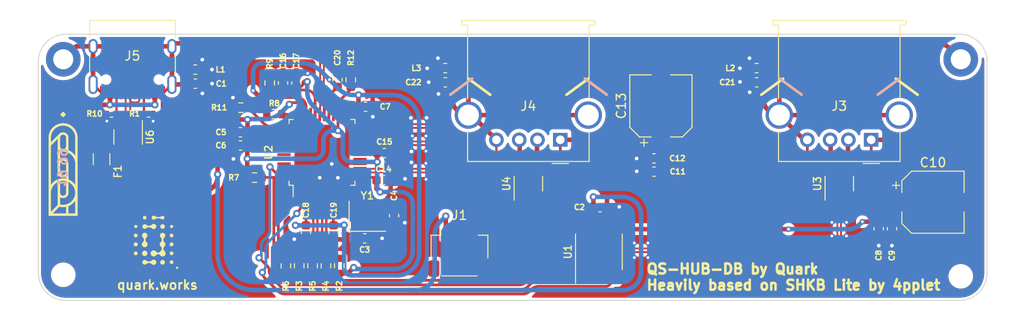
<source format=kicad_pcb>
(kicad_pcb (version 20221018) (generator pcbnew)
  (layers (0 "F.Cu" signal) (31 "B.Cu" signal) (34 "B.Paste" user) (35 "F.Paste" user) (36 "B.SilkS" user "B.Silkscreen") (37 "F.SilkS" user "F.Silkscreen") (38 "B.Mask" user) (39 "F.Mask" user) (44 "Edge.Cuts" user))
  (net 0 "")
  (net 1 "GNDPWR")
  (net 2 "GND")
  (net 3 "VCC")
  (net 4 "XOUT")
  (net 5 "XIN")
  (net 6 "+3V3")
  (net 7 "+1V8")
  (net 8 "/PORT1_PWR")
  (net 9 "/PORT2_PWR")
  (net 10 "VBUS")
  (net 11 "D4-")
  (net 12 "D4+")
  (net 13 "D3-")
  (net 14 "D3+")
  (net 15 "D1-")
  (net 16 "D1+")
  (net 17 "D2-")
  (net 18 "D2+")
  (net 19 "Net-(J5-CC1)")
  (net 20 "/PWRB4")
  (net 21 "/PWRB3")
  (net 22 "/OVCB4")
  (net 23 "/OVCB3")
  (net 24 "/OVCB2")
  (net 25 "/OVCB1")
  (net 26 "/BUS_B")
  (net 27 "/~{XRSTJ}")
  (net 29 "/DIS_REG")
  (net 30 "Net-(J5-CC2)")
  (net 31 "/PWRB1")
  (net 32 "/PWRB2")
  (net 33 "D-")
  (net 34 "D+")
  (net 36 "Net-(U2-REXT)")
  (net 41 "UD+")
  (net 42 "UD-")
  (net 43 "UD1-")
  (net 44 "UD1+")
  (net 45 "UD2-")
  (net 46 "UD2+")
  (footprint "Resistor_SMD:R_0603_1608Metric" (layer "F.Cu") (at 102.06 25.44)
    (fp_text reference "R8")
    (fp_text value "10k")
  )
  (footprint "Capacitor_SMD:C_0603_1608Metric" (layer "F.Cu") (at 93.41 22.1)
    (fp_text reference "C1")
    (fp_text value "100n")
  )
  (footprint "Resistor_SMD:R_0603_1608Metric" (layer "F.Cu") (at 101.56 22.02 -90)
    (fp_text reference "R9")
    (fp_text value "10k")
  )
  (footprint "Fuse:Fuse_1206_3216Metric" (layer "F.Cu") (at 83.13 30.39 90)
    (fp_text reference "F1")
    (fp_text value "500mA")
  )
  (footprint "Capacitor_SMD:C_0603_1608Metric" (layer "F.Cu") (at 137.76 35.66)
    (fp_text reference "C2")
    (fp_text value "100n")
  )
  (footprint "Capacitor_SMD:C_0603_1608Metric" (layer "F.Cu") (at 115.19 36.59 -90)
    (fp_text reference "C4")
    (fp_text value "30p")
  )
  (footprint "Connector_USB:USB_A_Molex_67643_Horizontal" (layer "F.Cu") (at 133.41 28.26 180)
    (fp_text reference "J4")
    (fp_text value "USB_A")
  )
  (footprint "Capacitor_SMD:C_0603_1608Metric" (layer "F.Cu") (at 112.07 24.63)
    (fp_text reference "C7")
    (fp_text value "10u")
  )
  (footprint "Capacitor_SMD:C_0603_1608Metric" (layer "F.Cu") (at 114.0375 32.7)
    (fp_text reference "C14")
    (fp_text value "100n")
  )
  (footprint "Resistor_SMD:R_0603_1608Metric" (layer "F.Cu") (at 106.2625 42.095001 90)
    (fp_text reference "R5")
    (fp_text value "10k")
  )
  (footprint "Capacitor_SMD:CP_Elec_6.3x5.9" (layer "F.Cu") (at 174.26 35.11)
    (fp_text reference "C10")
    (fp_text value "100u")
  )
  (footprint "Inductor_SMD:L_0603_1608Metric" (layer "F.Cu") (at 154.93 20.39 180)
    (fp_text reference "L2")
    (fp_text value "220 @ 100MHz, 2A")
  )
  (footprint "Resistor_SMD:R_0603_1608Metric" (layer "F.Cu") (at 110.45 21.67 90)
    (fp_text reference "R12")
    (fp_text value "2.7K")
  )
  (footprint "Capacitor_SMD:C_0603_1608Metric" (layer "F.Cu") (at 98.35 27.43 180)
    (fp_text reference "C5")
    (fp_text value "1u")
  )
  (footprint "Connector_JST:JST_SH_SM04B-SRSS-TB_1x04-1MP_P1.00mm_Horizontal" (layer "F.Cu") (at 122.36 40.52)
    (fp_text reference "J1")
    (fp_text value "JST")
  )
  (footprint "Package_TO_SOT_SMD:SOT-23-6" (layer "F.Cu") (at 86.04 27.96 -90)
    (fp_text reference "U6")
    (fp_text value "USBLC6-2SC6")
  )
  (footprint "Package_QFP:LQFP-48_7x7mm_P0.5mm" (layer "F.Cu") (at 107.29 29.64 90)
    (fp_text reference "U2")
    (fp_text value "FE1.1")
  )
  (footprint "Resistor_SMD:R_0603_1608Metric" (layer "F.Cu") (at 109.1825 42.095001 90)
    (fp_text reference "R2")
    (fp_text value "10k")
  )
  (footprint "Resistor_SMD:R_0603_1608Metric" (layer "F.Cu") (at 107.7225 42.095 90)
    (fp_text reference "R4")
    (fp_text value "10k")
  )
  (footprint "Inductor_SMD:L_0603_1608Metric" (layer "F.Cu") (at 120.7975 20.39 180)
    (fp_text reference "L3")
    (fp_text value "220 @ 100MHz, 2A")
  )
  (footprint "Capacitor_SMD:C_0603_1608Metric" (layer "F.Cu") (at 108.99 21.67 90)
    (fp_text reference "C20")
    (fp_text value "100n")
  )
  (footprint "Capacitor_SMD:C_0603_1608Metric" (layer "F.Cu") (at 143.68 31.76 180)
    (fp_text reference "C11")
    (fp_text value "100n")
  )
  (footprint "Capacitor_SMD:C_0603_1608Metric" (layer "F.Cu") (at 169.77 38.025 -90)
    (fp_text reference "C9")
    (fp_text value "10u")
  )
  (footprint "Resistor_SMD:R_0603_1608Metric" (layer "F.Cu") (at 99.9 32.41)
    (fp_text reference "R7")
    (fp_text value "10k")
  )
  (footprint "Capacitor_SMD:C_0603_1608Metric" (layer "F.Cu") (at 105.5325 38.43 -90)
    (fp_text reference "C18")
    (fp_text value "100n")
  )
  (footprint "Package_TO_SOT_SMD:SOT-23-6" (layer "F.Cu") (at 163.99 33.08 90)
    (fp_text reference "U3")
    (fp_text value "USBLC6-2SC6")
  )
  (footprint "1999:1999 logo md" (layer "F.Cu") (at 78.695369 30.868984)
    (fp_text reference "H1" hide)
    (fp_text value "19.99 logo" hide)
  )
  (footprint "Capacitor_SMD:C_0603_1608Metric" (layer "F.Cu") (at 111.97 39.08)
    (fp_text reference "C3")
    (fp_text value "30p")
  )
  (footprint "Capacitor_SMD:C_0603_1608Metric" (layer "F.Cu") (at 98.36 28.89 180)
    (fp_text reference "C6")
    (fp_text value "10u")
  )
  (footprint "Capacitor_SMD:CP_Elec_6.3x5.9" (layer "F.Cu") (at 144.44 24.54 90)
    (fp_text reference "C13")
    (fp_text value "100u")
  )
  (footprint "Resistor_SMD:R_0603_1608Metric" (layer "F.Cu") (at 103.3325 42.1 -90)
    (fp_text reference "R6")
    (fp_text value "10k")
  )
  (footprint "Capacitor_SMD:C_0603_1608Metric" (layer "F.Cu") (at 103.02 22.02 90)
    (fp_text reference "C16")
    (fp_text value "100n")
  )
  (footprint "Capacitor_SMD:C_0603_1608Metric" (layer "F.Cu") (at 108.5625 38.425 -90)
    (fp_text reference "C19")
    (fp_text value "100n")
  )
  (footprint "MountingHole:MountingHole_2.2mm_M2_DIN965" (layer "F.Cu") (at 78.93 43.08)
    (fp_text reference "H5" hide)
    (fp_text value "MountingHole")
  )
  (footprint "Resistor_SMD:R_0603_1608Metric" (layer "F.Cu") (at 104.7925 42.095001 90)
    (fp_text reference "R3")
    (fp_text value "10k")
  )
  (footprint "Capacitor_SMD:C_0603_1608Metric" (layer "F.Cu") (at 114.13 29.72)
    (fp_text reference "C15")
    (fp_text value "100n")
  )
  (footprint "Resistor_SMD:R_0402_1005Metric" (layer "F.Cu") (at 84.21 25.39 180)
    (fp_text reference "R10")
    (fp_text value "5.1k")
  )
  (footprint "Inductor_SMD:L_0603_1608Metric" (layer "F.Cu") (at 93.4 20.55)
    (fp_text reference "L1")
    (fp_text value "220 @ 100MHz, 2A")
  )
  (footprint "Resistor_SMD:R_0402_1005Metric" (layer "F.Cu") (at 88.28 25.39 180)
    (fp_text reference "R1")
    (fp_text value "5.1k")
  )
  (footprint "qw-logo:qw new logo silk + copper sm" (layer "F.Cu") (at 89.09 39.51)
    (fp_text reference "H2" hide)
    (fp_text value "qw-logo" hide)
  )
  (footprint "Capacitor_SMD:C_0603_1608Metric" (layer "F.Cu") (at 143.675 30.3 180)
    (fp_text reference "C12")
    (fp_text value "10u")
  )
  (footprint "Capacitor_SMD:C_0603_1608Metric" (layer "F.Cu") (at 168.31 38.02 -90)
    (fp_text reference "C8")
    (fp_text value "100n")
  )
  (footprint "Capacitor_SMD:C_0603_1608Metric" (layer "F.Cu") (at 120.81 21.95 180)
    (fp_text reference "C22")
    (fp_text value "100n")
  )
  (footprint "Resistor_SMD:R_0603_1608Metric" (layer "F.Cu") (at 98.39 24.73 180)
    (fp_text reference "R11")
    (fp_text value "10k")
  )
  (footprint "Package_SO:SOIC-8_3.9x4.9mm_P1.27mm" (layer "F.Cu") (at 137.64 40.55 90)
    (fp_text reference "U1")
    (fp_text value "MIC2026-2BM")
  )
  (footprint "MountingHole:MountingHole_2.2mm_M2_DIN965_Pad" (layer "F.Cu") (at 78.93 19.42)
    (fp_text reference "H3" hide)
    (fp_text value "MountingHole_Pad")
  )
  (footprint "MountingHole:MountingHole_2.2mm_M2_DIN965_Pad" (layer "F.Cu") (at 177.31 19.42)
    (fp_text reference "H7" hide)
    (fp_text value "MountingHole_Pad")
  )
  (footprint "Connector_USB:USB_C_Receptacle_HRO_TYPE-C-31-M-12" (layer "F.Cu") (at 86.51875 19.05 180)
    (fp_text reference "J5")
    (fp_text value "USB_C_Receptacle_USB2.0")
  )
  (footprint "Capacitor_SMD:C_0603_1608Metric" (layer "F.Cu") (at 104.48 22.02 90)
    (fp_text reference "C17")
    (fp_text value "100n")
  )
  (footprint "Connector_USB:USB_A_Molex_67643_Horizontal" (layer "F.Cu") (at 167.49 28.26 180)
    (fp_text reference "J3")
    (fp_text value "USB_A")
  )
  (footprint "Package_TO_SOT_SMD:SOT-23-6" (layer "F.Cu") (at 129.91 33.08 90)
    (fp_text reference "U4")
    (fp_text value "USBLC6-2SC6")
  )
  (footprint "Crystal:Crystal_SMD_3225-4Pin_3.2x2.5mm" (layer "F.Cu") (at 112.26 36.65)
    (fp_text reference "Y1")
    (fp_text value "12MHz")
  )
  (footprint "MountingHole:MountingHole_2.2mm_M2_DIN965" (layer "F.Cu") (at 177.31 43.25)
    (fp_text reference "H4" hide)
    (fp_text value "MountingHole")
  )
  (footprint "Capacitor_SMD:C_0603_1608Metric" (layer "F.Cu") (at 154.93 21.95 180)
    (fp_text reference "C21")
    (fp_text value "100n")
  )
  (gr_line (start 136.105 21.54) (end 138.495 23.3) (stroke (width 0.3)) (layer "B.SilkS"))
  (gr_line (start 157.46 21.54) (end 159.85 23.3) (stroke (width 0.3)) (layer "B.SilkS"))
  (gr_line (start 121.36 23.3) (end 123.75 21.54) (stroke (width 0.3)) (layer "B.SilkS"))
  (gr_line (start 168.21 23.3) (end 170.6 21.54) (stroke (width 0.3)) (layer "B.SilkS"))
  (gr_line (start 134.09 23.31) (end 136.48 21.55) (stroke (width 0.3)) (layer "F.SilkS"))
  (gr_line (start 155.445 23.31) (end 157.835 21.55) (stroke (width 0.3)) (layer "F.SilkS"))
  (gr_line (start 123.34 21.55) (end 125.73 23.31) (stroke (width 0.3)) (layer "F.SilkS"))
  (gr_line (start 170.19 21.55) (end 172.58 23.31) (stroke (width 0.3)) (layer "F.SilkS"))
  (gr_line (start 79.2 16.66875) (end 177.18 16.66875) (stroke (width 0.1)) (layer "Edge.Cuts"))
  (gr_arc (start 76.2 19.66875) (mid 77.07868 17.54743) (end 79.2 16.66875) (stroke (width 0.1)) (layer "Edge.Cuts"))
  (gr_arc (start 79.2 45.894771) (mid 77.07869 45.01609) (end 76.2 42.894771) (stroke (width 0.1)) (layer "Edge.Cuts"))
  (gr_line (start 76.2 19.66875) (end 76.2 42.894771) (stroke (width 0.1)) (layer "Edge.Cuts"))
  (gr_arc (start 177.18 16.66875) (mid 179.30132 17.54743) (end 180.18 19.66875) (stroke (width 0.1)) (layer "Edge.Cuts"))
  (gr_arc (start 180.18 42.894771) (mid 179.301331 45.01611) (end 177.18 45.894771) (stroke (width 0.1)) (layer "Edge.Cuts"))
  (gr_line (start 180.18 42.894771) (end 180.18 19.66875) (stroke (width 0.1)) (layer "Edge.Cuts"))
  (gr_line (start 177.18 45.894771) (end 79.2 45.894771) (stroke (width 0.1)) (layer "Edge.Cuts"))
  (gr_text "19.99" (at 78.21 33.58 270) (layer "B.SilkS") (effects (font (size 1 1) (thickness 0.2) bold) (justify left bottom mirror)))
  (gr_text "quark.works" (at 84.71 44.78) (layer "F.SilkS") (effects (font (size 1 1) (thickness 0.2) bold) (justify left bottom)))
  (gr_text "QS-HUB-DB by Quark\nHeavily based on SHKB Lite by 4pplet" (at 142.73 44.86) (layer "F.SilkS") (effects (font (size 1.1 1.1) (thickness 0.275) bold) (justify left bottom)))
  (segment (start 91.16875 17.67) (end 126.41 17.67) (width 0.5) (layer "F.Cu") (net 1))
  (segment (start 121.585 21.95) (end 121.585 20.39) (width 0.5) (layer "F.Cu") (net 1))
  (segment (start 123.34 25.55) (end 136.48 25.55) (width 0.5) (layer "F.Cu") (net 1))
  (segment (start 153.91 17.67) (end 154.42 17.67) (width 0.5) (layer "F.Cu") (net 1))
  (segment (start 82.19875 22.18) (end 82.24 22.18) (width 0.5) (layer "F.Cu") (net 1))
  (segment (start 89.92375 23.095) (end 90.83875 22.18) (width 0.3) (layer "F.Cu") (net 1))
  (segment (start 80.35 18) (end 78.93 19.42) (width 0.5) (layer "F.Cu") (net 1))
  (segment (start 83.11375 23.095) (end 82.19875 22.18) (width 0.3) (layer "F.Cu") (net 1))
  (segment (start 121.585 21.95) (end 121.585 23.794998) (width 0.5) (layer "F.Cu") (net 1))
  (segment (start 163.99 34.2175) (end 163.99 33.63) (width 0.3) (layer "F.Cu") (net 1))
  (segment (start 86.04 26.8225) (end 86.04 27.36) (width 0.3) (layer "F.Cu") (net 1))
  (segment (start 157.42 25.55) (end 170.56 25.55) (width 0.5) (layer "F.Cu") (net 1))
  (segment (start 155.67 21.915) (end 155.705 21.95) (width 0.5) (layer "F.Cu") (net 1))
  (segment (start 87.024214 27.93) (end 88.76875 27.93) (width 0.3) (layer "F.Cu") (net 1))
  (segment (start 123.34 25.55) (end 123.7 25.55) (width 0.5) (layer "F.Cu") (net 1))
  (segment (start 83.26875 23.095) (end 83.11375 23.095) (width 0.3) (layer "F.Cu") (net 1))
  (segment (start 123.7 25.55) (end 126.41 28.26) (width 0.5) (layer "F.Cu") (net 1))
  (segment (start 86.04 27.36) (end 86.317107 27.637107) (width 0.3) (layer "F.Cu") (net 1))
  (segment (start 82.19875 22.13875) (end 82.19875 18) (width 0.5) (layer "F.Cu") (net 1))
  (segment (start 89.76875 23.095) (end 89.92375 23.095) (width 0.3) (layer "F.Cu") (net 1))
  (segment (start 82.19875 18) (end 90.83875 18) (width 0.5) (layer "F.Cu") (net 1))
  (segment (start 92.635 22.1) (end 92.635 20.5725) (width 0.5) (layer "F.Cu") (net 1))
  (segment (start 163.99 33.63) (end 163.712893 33.352893) (width 0.3) (layer "F.Cu") (net 1))
  (segment (start 126.41 28.26) (end 126.41 31.86) (width 0.25) (layer "F.Cu") (net 1))
  (segment (start 155.67 20.39) (end 155.67 21.915) (width 0.5) (layer "F.Cu") (net 1))
  (segment (start 123.34 25.55) (end 123.34 20.67) (width 0.5) (layer "F.Cu") (net 1))
  (segment (start 160.49 28.26) (end 160.13 28.26) (width 0.5) (layer "F.Cu") (net 1))
  (segment (start 126.34 17.67) (end 126.41 17.67) (width 0.5) (layer "F.Cu") (net 1))
  (segment (start 90.83875 22.18) (end 90.83875 18) (width 0.5) (layer "F.Cu") (net 1))
  (segment (start 153.91 17.67) (end 174.685119 17.67) (width 0.5) (layer "F.Cu") (net 1))
  (segment (start 92.635 20.5725) (end 92.6125 20.55) (width 0.5) (layer "F.Cu") (net 1))
  (segment (start 163.005786 33.06) (end 161.615876 33.06) (width 0.3) (layer "F.Cu") (net 1))
  (segment (start 82.24 22.18) (end 82.19875 22.13875) (width 0.5) (layer "F.Cu") (net 1))
  (segment (start 155.7175 20.39) (end 155.67 20.39) (width 0.5) (layer "F.Cu") (net 1))
  (segment (start 155.705 21.95) (end 155.705 23.834997) (width 0.5) (layer "F.Cu") (net 1))
  (segment (start 82.19875 18) (end 80.35 18) (width 0.5) (layer "F.Cu") (net 1))
  (segment (start 90.83875 18) (end 91.16875 17.67) (width 0.5) (layer "F.Cu") (net 1))
  (segment (start 129.571102 33.271102) (end 129.91 33.61) (width 0.25) (layer "F.Cu") (net 1))
  (segment (start 89.76875 26.93) (end 89.76875 23.095) (width 0.3) (layer "F.Cu") (net 1))
  (segment (start 92.555 22.18) (end 92.635 22.1) (width 0.5) (layer "F.Cu") (net 1))
  (segment (start 126.41 17.67) (end 153.91 17.67) (width 0.5) (layer "F.Cu") (net 1))
  (segment (start 160.13 28.26) (end 157.42 25.55) (width 0.5) (layer "F.Cu") (net 1))
  (segment (start 127.61 33.06) (end 129.061456 33.06) (width 0.25) (layer "F.Cu") (net 1))
  (segment (start 129.91 33.61) (end 129.91 34.2175) (width 0.25) (layer "F.Cu") (net 1))
  (segment (start 90.83875 22.18) (end 92.555 22.18) (width 0.5) (layer "F.Cu") (net 1))
  (segment (start 160.49 31.934124) (end 160.49 28.26) (width 0.3) (layer "F.Cu") (net 1))
  (segment (start 157.42 20.67) (end 157.42 25.55) (width 0.5) (layer "F.Cu") (net 1))
  (arc (start 123.34 20.67) (mid 124.21868 18.54868) (end 126.34 17.67) (width 0.5) (layer "F.Cu") (net 1))
  (arc (start 89.76875 26.93) (mid 89.475857 27.637107) (end 88.76875 27.93) (width 0.3) (layer "F.Cu") (net 1))
  (arc (start 174.685119 17.67) (mid 175.493403 17.830778) (end 176.178629 18.288629) (width 0.5) (layer "F.Cu") (net 1))
  (arc (start 154.42 17.67) (mid 156.54132 18.54868) (end 157.42 20.67) (width 0.5) (layer "F.Cu") (net 1))
  (arc (start 163.712893 33.352893) (mid 163.38847 33.13612) (end 163.005786 33.06) (width 0.3) (layer "F.Cu") (net 1))
  (arc (start 155.705 23.834997) (mid 156.207313 25.047687) (end 157.42 25.55) (width 0.5) (layer "F.Cu") (net 1))
  (arc (start 126.41 31.86) (mid 126.761472 32.708528) (end 127.61 33.06) (width 0.25) (layer "F.Cu") (net 1))
  (arc (start 86.317107 27.637107) (mid 86.64153 27.85388) (end 87.024214 27.93) (width 0.3) (layer "F.Cu") (net 1))
  (arc (start 121.585 23.794998) (mid 122.099028 25.035972) (end 123.34 25.55) (width 0.5) (layer "F.Cu") (net 1))
  (arc (start 129.061456 33.06) (mid 129.337274 33.114864) (end 129.571102 33.271102) (width 0.25) (layer "F.Cu") (net 1))
  (arc (start 161.615876 33.06) (mid 160.819761 32.730239) (end 160.49 31.934124) (width 0.3) (layer "F.Cu") (net 1))
  (segment (start 109.04 33.8025) (end 109.04 32.44) (width 0.25) (layer "F.Cu") (net 2))
  (segment (start 120.01 19.315) (end 119.995 19.3) (width 0.5) (layer "F.Cu") (net 2))
  (segment (start 95.23 22.1) (end 95.24 22.09) (width 0.3) (layer "F.Cu") (net 2))
  (segment (start 154.1425 20.39) (end 153.11 20.39) (width 0.5) (layer "F.Cu") (net 2))
  (segment (start 154.155 23.025) (end 154.17 23.04) (width 0.5) (layer "F.Cu") (net 2))
  (segment (start 168.31 39.87) (end 168.32 39.88) (width 0.5) (layer "F.Cu") (net 2))
  (segment (start 110.31 27.89) (end 110.04 27.62) (width 0.3) (layer "F.Cu") (net 2))
  (segment (start 116.36 37.365) (end 115.19 37.365) (width 0.3) (layer "F.Cu") (net 2))
  (segment (start 94.185 22.1) (end 94.185 23.165) (width 0.3) (layer "F.Cu") (net 2))
  (segment (start 113.88 39.08) (end 112.745 39.08) (width 0.3) (layer "F.Cu") (net 2))
  (segment (start 97.575 27.43) (end 97.575 28.88) (width 0.5) (layer "F.Cu") (net 2))
  (segment (start 94.1875 20.55) (end 94.1875 19.4775) (width 0.3) (layer "F.Cu") (net 2))
  (segment (start 154.1425 19.3075) (end 154.15 19.3) (width 0.5) (layer "F.Cu") (net 2))
  (segment (start 104.755 20.97) (end 105.72 20.97) (width 0.5) (layer "F.Cu") (net 2))
  (segment (start 104.285 39.205) (end 104.25 39.17) (width 0.5) (layer "F.Cu") (net 2))
  (segment (start 103.1275 29.39) (end 105.04 29.39) (width 0.3) (layer "F.Cu") (net 2))
  (segment (start 97.585 30.355) (end 97.58 30.36) (width 0.5) (layer "F.Cu") (net 2))
  (segment (start 118.835 20.39) (end 118.815 20.41) (width 0.5) (layer "F.Cu") (net 2))
  (segment (start 105.5325 39.205) (end 104.285 39.205) (width 0.5) (layer "F.Cu") (net 2))
  (segment (start 116.91 29.72) (end 114.905 29.72) (width 0.3) (layer "F.Cu") (net 2))
  (segment (start 138.275 35.92) (end 138.535 35.66) (width 0.5) (layer "F.Cu") (net 2))
  (segment (start 105.02 28.39) (end 105.03 28.4) (width 0.3) (layer "F.Cu") (net 2))
  (segment (start 120.035 23.195) (end 120.06 23.22) (width 0.5) (layer "F.Cu") (net 2))
  (segment (start 94.185 23.165) (end 94.18 23.17) (width 0.3) (layer "F.Cu") (net 2))
  (segment (start 88.79 25.39) (end 88.79 26.21) (width 0.3) (layer "F.Cu") (net 2))
  (segment (start 120.035 21.95) (end 118.995 21.95) (width 0.5) (layer "F.Cu") (net 2))
  (segment (start 94.1875 20.55) (end 95.23 20.55) (width 0.3) (layer "F.Cu") (net 2))
  (segment (start 103.1275 28.39) (end 105.02 28.39) (width 0.3) (layer "F.Cu") (net 2))
  (segment (start 138.275 38.075) (end 138.275 35.92) (width 0.5) (layer "F.Cu") (net 2))
  (segment (start 104.48 21.245) (end 104.755 20.97) (width 0.5) (layer "F.Cu") (net 2))
  (segment (start 106.04 27.3) (end 106.03 27.31) (width 0.3) (layer "F.Cu") (net 2))
  (segment (start 141.835 31.675) (end 141.79 31.72) (width 0.5) (layer "F.Cu") (net 2))
  (segment (start 108.36 30.91) (end 108.38 30.89) (width 0.25) (layer "F.Cu") (net 2))
  (segment (start 107.04 33.8025) (end 107.04 32.42) (width 0.25) (layer "F.Cu") (net 2))
  (segment (start 120.035 21.95) (end 120.035 23.195) (width 0.5) (layer "F.Cu") (net 2))
  (segment (start 111.4525 27.89) (end 110.31 27.89) (width 0.3) (layer "F.Cu") (net 2))
  (segment (start 112.845 24.63) (end 112.845 25.715) (width 0.5) (layer "F.Cu") (net 2))
  (segment (start 138.535 35.66) (end 139.83 35.66) (width 0.5) (layer "F.Cu") (net 2))
  (segment (start 112.845 25.715) (end 112.86 25.73) (width 0.5) (layer "F.Cu") (net 2))
  (segment (start 120.01 20.39) (end 118.835 20.39) (width 0.5) (layer "F.Cu") (net 2))
  (segment (start 113.09 37.48) (end 113.09 37.5) (width 0.5) (layer "F.Cu") (net 2))
  (segment (start 154.155 21.95) (end 153.16 21.95) (width 0.5) (layer "F.Cu") (net 2))
  (segment (start 153.11 20.39) (end 153.1 20.4) (width 0.5) (layer "F.Cu") (net 2))
  (segment (start 104.48 21.245) (end 103.02 21.245) (width 0.5) (layer "F.Cu") (net 2))
  (segment (start 142.905 31.675) (end 141.835 31.675) (width 0.5) (layer "F.Cu") (net 2))
  (segment (start 113.36 37.5) (end 115.055 37.5) (width 0.3) (layer "F.Cu") (net 2))
  (segment (start 111.39 35.8) (end 111.41 35.8) (width 0.5) (layer "F.Cu") (net 2))
  (segment (start 169.77 38.8) (end 169.77 39.87) (width 0.5) (layer "F.Cu") (net 2))
  (segment (start 169.77 39.87) (end 169.76 39.88) (width 0.5) (layer "F.Cu") (net 2))
  (segment (start 94.185 22.1) (end 95.23 22.1) (width 0.3) (layer "F.Cu") (net 2))
  (segment (start 118.995 21.95) (end 118.985 21.94) (width 0.5) (layer "F.Cu") (net 2))
  (segment (start 141.79 30.3) (end 141.78 30.31) (width 0.5) (layer "F.Cu") (net 2))
  (segment (start 97.585 28.89) (end 97.585 30.355) (width 0.5) (layer "F.Cu") (net 2))
  (segment (start 139.83 35.66) (end 139.87 35.62) (width 0.5) (layer "F.Cu") (net 2))
  (segment (start 83.7 25.39) (end 83.7 26.2) (width 0.3) (layer "F.Cu") (net 2))
  (segment (start 94.1875 19.4775) (end 94.17 19.46) (width 0.3) (layer "F.Cu") (net 2))
  (segment (start 154.155 21.95) (end 154.155 20.4025) (width 0.5) (layer "F.Cu") (net 2))
  (segment (start 153.16 21.95) (end 153.11 21.9) (width 0.5) (layer "F.Cu") (net 2))
  (segment (start 113.09 37.5) (end 113.36 37.5) (width 0.3) (layer "F.Cu") (net 2))
  (segment (start 142.905 31.76) (end 142.905 31.675) (width 0.5) (layer "F.Cu") (net 2))
  (segment (start 88.79 26.21) (end 88.78 26.22) (width 0.3) (layer "F.Cu") (net 2))
  (segment (start 97.565 24.73) (end 97.565 23.665) (width 0.5) (layer "F.Cu") (net 2))
  (segment (start 154.155 20.4025) (end 154.1425 20.39) (width 0.5) (layer "F.Cu") (net 2))
  (segment (start 168.31 38.795) (end 168.31 39.87) (width 0.5) (layer "F.Cu") (net 2))
  (segment (start 110.04 27.62) (end 110.04 25.4775) (width 0.3) (layer "F.Cu") (net 2))
  (segment (start 97.565 23.665) (end 97.53 23.63) (width 0.5) (layer "F.Cu") (net 2))
  (segment (start 142.9 30.3) (end 141.79 30.3) (width 0.5) (layer "F.Cu") (net 2))
  (segment (start 115.055 37.5) (end 115.19 37.365) (width 0.3) (layer "F.Cu") (net 2))
  (segment (start 109.04 32.44) (end 109.03 32.43) (width 0.25) (layer "F.Cu") (net 2))
  (segment (start 154.155 21.95) (end 154.155 23.025) (width 0.5) (layer "F.Cu") (net 2))
  (segment (start 120.01 20.39) (end 120.01 19.315) (width 0.5) (layer "F.Cu") (net 2))
  (segment (start 106.04 25.4775) (end 106.04 27.3) (width 0.3) (layer "F.Cu") (net 2))
  (segment (start 97.575 28.88) (end 97.585 28.89) (width 0.5) (layer "F.Cu") (net 2))
  (segment (start 111.16 35.8) (end 111.39 35.8) (width 0.3) (layer "F.Cu") (net 2))
  (segment (start 110.31 27.89) (end 109.98 27.89) (width 0.3) (layer "F.Cu") (net 2))
  (segment (start 83.7 26.2) (end 83.71 26.21) (width 0.3) (layer "F.Cu") (net 2))
  (segment (start 111.41 35.8) (end 113.09 37.48) (width 0.5) (layer "F.Cu") (net 2))
  (segment (start 117.0905 29.5395) (end 116.91 29.72) (width 0.3) (layer "F.Cu") (net 2))
  (segment (start 154.1425 20.39) (end 154.1425 19.3075) (width 0.5) (layer "F.Cu") (net 2))
  (segment (start 108.38 30.89) (end 111.4525 30.89) (width 0.25) (layer "F.Cu") (net 2))
  (via (at 163.1805 37.3205) (size 0.6) (drill 0.3) (layers "F.Cu" "B.Cu") (net 2))
  (via (at 118.702338 32.597662) (size 0.6) (drill 0.3) (layers "F.Cu" "B.Cu") (net 2))
  (via (at 107.04 32.42) (size 0.8) (drill 0.4) (layers "F.Cu" "B.Cu") (net 2))
  (via (at 143.0195 41.1895) (size 0.6) (drill 0.3) (layers "F.Cu" "B.Cu") (net 2))
  (via (at 109.03 32.43) (size 0.8) (drill 0.4) (layers "F.Cu" "B.Cu") (net 2))
  (via (at 94.18 23.17) (size 0.8) (drill 0.4) (layers "F.Cu" "B.Cu") (net 2))
  (via (at 95.24 22.09) (size 0.8) (drill 0.4) (layers "F.Cu" "B.Cu") (net 2))
  (via (at 118.6895 27.8405) (size 0.6) (drill 0.3) (layers "F.Cu" "B.Cu") (net 2))
  (via (at 116.36 37.365) (size 0.8) (drill 0.4) (layers "F.Cu" "B.Cu") (net 2))
  (via (at 141.5205 41.1895) (size 0.6) (drill 0.3) (layers "F.Cu" "B.Cu") (net 2))
  (via (at 118.755807 25.844096) (size 0.8) (drill 0.4) (layers "F.Cu" "B.Cu") (net 2))
  (via (at 97.53 23.63) (size 0.8) (drill 0.4) (layers "F.Cu" "B.Cu") (net 2))
  (via (at 118.985 21.94) (size 0.8) (drill 0.4) (layers "F.Cu" "B.Cu") (net 2))
  (via (at 113.88 39.08) (size 0.8) (drill 0.4) (layers "F.Cu" "B.Cu") (net 2))
  (via (at 169.76 39.88) (size 0.8) (drill 0.4) (layers "F.Cu" "B.Cu") (net 2))
  (via (at 153.1 20.4) (size 0.8) (drill 0.4) (layers "F.Cu" "B.Cu") (net 2))
  (via (at 164.7795 38.8195) (size 0.6) (drill 0.3) (layers "F.Cu" "B.Cu") (net 2))
  (via (at 153.11 21.9) (size 0.8) (drill 0.4) (layers "F.Cu" "B.Cu") (net 2))
  (via (at 97.58 30.36) (size 0.8) (drill 0.4) (layers "F.Cu" "B.Cu") (net 2))
  (via (at 94.17 19.46) (size 0.8) (drill 0.4) (layers "F.Cu" "B.Cu") (net 2))
  (via (at 141.5205 39.5905) (size 0.6) (drill 0.3) (layers "F.Cu" "B.Cu") (net 2))
  (via (at 168.32 39.88) (size 0.8) (drill 0.4) (layers "F.Cu" "B.Cu") (net 2))
  (via (at 117.0905 29.5395) (size 0.8) (drill 0.4) (layers "F.Cu" "B.Cu") (net 2))
  (via (at 105.72 20.97) (size 0.6) (drill 0.3) (layers "F.Cu" "B.Cu") (net 2))
  (via (at 88.78 26.22) (size 0.6) (drill 0.3) (layers "F.Cu" "B.Cu") (net 2))
  (via (at 139.87 35.62) (size 0.8) (drill 0.4) (layers "F.Cu" "B.Cu") (net 2))
  (via (at 117.0905 30.7405) (size 0.8) (drill 0.4) (layers "F.Cu" "B.Cu") (net 2))
  (via (at 154.17 23.04) (size 0.8) (drill 0.4) (layers "F.Cu" "B.Cu") (net 2))
  (via (at 116.3905 32.5395) (size 0.8) (drill 0.4) (layers "F.Cu" "B.Cu") (net 2))
  (via (at 141.78 30.31) (size 0.8) (drill 0.4) (layers "F.Cu" "B.Cu") (net 2))
  (via (at 141.79 31.72) (size 0.8) (drill 0.4) (layers "F.Cu" "B.Cu") (net 2))
  (via (at 164.7795 37.3205) (size 0.6) (drill 0.3) (layers "F.Cu" "B.Cu") (net 2))
  (via (at 118.815 20.41) (size 0.8) (drill 0.4) (layers "F.Cu" "B.Cu") (net 2))
  (via (at 143.0195 39.5905) (size 0.6) (drill 0.3) (layers "F.Cu" "B.Cu") (net 2))
  (via (at 120.06 23.22) (size 0.8) (drill 0.4) (layers "F.Cu" "B.Cu") (net 2))
  (via (at 163.1805 38.8195) (size 0.6) (drill 0.3) (layers "F.Cu" "B.Cu") (net 2))
  (via (at 104.25 39.17) (size 0.8) (drill 0.4) (layers "F.Cu" "B.Cu") (net 2))
  (via (at 117.031859 25.8505) (size 0.8) (drill 0.4) (layers "F.Cu" "B.Cu") (net 2))
  (via (at 118.6895 29.51) (size 0.6) (drill 0.3) (layers "F.Cu" "B.Cu") (net 2))
  (via (at 119.995 19.3) (size 0.8) (drill 0.4) (layers "F.Cu" "B.Cu") (net 2))
  (via (at 117.1905 27.8405) (size 0.6) (drill 0.3) (layers "F.Cu" "B.Cu") (net 2))
  (via (at 154.15 19.3) (size 0.8) (drill 0.4) (layers "F.Cu" "B.Cu") (net 2))
  (via (at 112.86 25.73) (size 0.8) (drill 0.4) (layers "F.Cu" "B.Cu") (net 2))
  (via (at 108.36 30.91) (size 0.8) (drill 0.4) (layers "F.Cu" "B.Cu") (net 2))
  (via (at 118.6895 30.8405) (size 0.6) (drill 0.3) (layers "F.Cu" "B.Cu") (net 2))
  (via (at 83.71 26.21) (size 0.6) (drill 0.3) (layers "F.Cu" "B.Cu") (net 2))
  (via (at 95.23 20.55) (size 0.8) (drill 0.4) (layers "F.Cu" "B.Cu") (net 2))
  (segment (start 84.75843 33.89) (end 94.281701 33.89) (width 0.5) (layer "F.Cu") (net 3))
  (segment (start 95.85 32.05) (end 95.85 27.035) (width 0.5) (layer "F.Cu") (net 3))
  (segment (start 120.86 36.64) (end 120.86 38.52) (width 0.5) (layer "F.Cu") (net 3))
  (segment (start 83.13 31.79) (end 83.13 32.26157) (width 0.5) (layer "F.Cu") (net 3))
  (segment (start 99.165 27.39) (end 99.125 27.43) (width 0.3) (layer "F.Cu") (net 3))
  (segment (start 103.89508 24.183188) (end 103.708406 24.369862) (width 0.3) (layer "F.Cu") (net 3))
  (segment (start 105.04 25.4775) (end 105.04 24.821911) (width 0.3) (layer "F.Cu") (net 3))
  (segment (start 96.85 26.035) (end 99.125 26.035) (width 0.5) (layer "F.Cu") (net 3))
  (segment (start 137.04 35.605) (end 136.985 35.66) (width 0.5) (layer "F.Cu") (net 3))
  (segment (start 95.85 32.321701) (end 95.85 32.05) (width 0.5) (layer "F.Cu") (net 3))
  (segment (start 103.1275 27.39) (end 99.165 27.39) (width 0.3) (layer "F.Cu") (net 3))
  (segment (start 137.04 34.53) (end 137.04 35.605) (width 0.5) (layer "F.Cu") (net 3))
  (segment (start 137.005 35.68) (end 136.985 35.66) (width 0.5) (layer "F.Cu") (net 3))
  (segment (start 99.125 26.035) (end 99.125 27.43) (width 0.5) (layer "F.Cu") (net 3))
  (segment (start 104.589408 24.183188) (end 103.89508 24.183188) (width 0.3) (layer "F.Cu") (net 3))
  (segment (start 137.005 38.075) (end 137.005 35.68) (width 0.5) (layer "F.Cu") (net 3))
  (via (at 99.125 26.035) (size 0.8) (drill 0.4) (layers "F.Cu" "B.Cu") (net 3))
  (via (at 103.708406 24.369862) (size 0.8) (drill 0.4) (layers "F.Cu" "B.Cu") (net 3))
  (via (at 137.04 34.53) (size 0.8) (drill 0.4) (layers "F.Cu" "B.Cu") (net 3))
  (via (at 95.85 32.05) (size 0.8) (drill 0.4) (layers "F.Cu" "B.Cu") (net 3))
  (via (at 120.86 36.64) (size 0.8) (drill 0.4) (layers "F.Cu" "B.Cu") (net 3))
  (arc (start 84.75843 33.89) (mid 83.606956 33.413044) (end 83.13 32.26157) (width 0.5) (layer "F.Cu") (net 3))
  (arc (start 105.04 24.821911) (mid 104.915676 24.431827) (end 104.589408 24.183188) (width 0.3) (layer "F.Cu") (net 3))
  (arc (start 94.281701 33.89) (mid 95.390656 33.430656) (end 95.85 32.321701) (width 0.5) (layer "F.Cu") (net 3))
  (arc (start 95.85 27.035) (mid 96.142893 26.327893) (end 96.85 26.035) (width 0.5) (layer "F.Cu") (net 3))
  (segment (start 142.27 42.76) (end 142.27 36.53) (width 0.5) (layer "B.Cu") (net 3))
  (segment (start 116.96 44.76) (end 140.27 44.76) (width 0.5) (layer "B.Cu") (net 3))
  (segment (start 99.17 25.99) (end 99.52 25.99) (width 0.5) (layer "B.Cu") (net 3))
  (segment (start 101.040257 25.99) (end 99.52 25.99) (width 0.5) (layer "B.Cu") (net 3))
  (segment (start 119.64 42.76) (end 119.64 38.688427) (width 0.5) (layer "B.Cu") (net 3))
  (segment (start 95.85 32.05) (end 95.85 40.728654) (width 0.5) (layer "B.Cu") (net 3))
  (segment (start 103.708406 24.369862) (end 102.829324 25.248944) (width 0.5) (layer "B.Cu") (net 3))
  (segment (start 140.27 34.53) (end 137.04 34.53) (width 0.5) (layer "B.Cu") (net 3))
  (segment (start 99.881346 44.76) (end 116.96 44.76) (width 0.5) (layer "B.Cu") (net 3))
  (segment (start 120.225787 37.274213) (end 120.86 36.64) (width 0.5) (layer "B.Cu") (net 3))
  (segment (start 99.125 26.035) (end 99.17 25.99) (width 0.5) (layer "B.Cu") (net 3))
  (segment (start 116.96 44.76) (end 117.64 44.76) (width 0.5) (layer "B.Cu") (net 3))
  (arc (start 99.881346 44.76) (mid 97.030754 43.579246) (end 95.85 40.728654) (width 0.5) (layer "B.Cu") (net 3))
  (arc (start 140.27 44.76) (mid 141.684214 44.174214) (end 142.27 42.76) (width 0.5) (layer "B.Cu") (net 3))
  (arc (start 142.27 36.53) (mid 141.684214 35.115786) (end 140.27 34.53) (width 0.5) (layer "B.Cu") (net 3))
  (arc (start 119.64 38.688427) (mid 119.792241 37.92306) (end 120.225787 37.274213) (width 0.5) (layer "B.Cu") (net 3))
  (arc (start 102.829324 25.248944) (mid 102.008493 25.797406) (end 101.040257 25.99) (width 0.5) (layer "B.Cu") (net 3))
  (arc (start 119.64 42.76) (mid 119.054214 44.174214) (end 117.64 44.76) (width 0.5) (layer "B.Cu") (net 3))
  (segment (start 110.8325 37.4725) (end 110.8325 37.5) (width 0.3) (layer "F.Cu") (net 4))
  (segment (start 109.54 36.18) (end 110.8325 37.4725) (width 0.3) (layer "F.Cu") (net 4))
  (segment (start 109.54 33.8025) (end 109.54 36.18) (width 0.3) (layer "F.Cu") (net 4))
  (segment (start 111.195 39.08) (end 111.195 37.535) (width 0.3) (layer "F.Cu") (net 4))
  (segment (start 111.195 37.535) (end 111.16 37.5) (width 0.3) (layer "F.Cu") (net 4))
  (segment (start 112.81 35.25) (end 113.36 35.8) (width 0.3) (layer "F.Cu") (net 5))
  (segment (start 114.03 35.81) (end 115.185 35.81) (width 0.3) (layer "F.Cu") (net 5))
  (segment (start 112.81 34.8025) (end 112.81 35.25) (width 0.3) (layer "F.Cu") (net 5))
  (segment (start 110.04 33.8025) (end 111.81 33.8025) (width 0.3) (layer "F.Cu") (net 5))
  (arc (start 111.81 33.8025) (mid 112.517107 34.095393) (end 112.81 34.8025) (width 0.3) (layer "F.Cu") (net 5))
  (segment (start 99.1 28.925) (end 99.135 28.89) (width 0.5) (layer "F.Cu") (net 6))
  (segment (start 113.34 29.735) (end 113.355 29.72) (width 0.5) (layer "F.Cu") (net 6))
  (segment (start 104.48 22.795) (end 105.395 21.88) (width 0.5) (layer "F.Cu") (net 6))
  (segment (start 105.54 22.795) (end 104.48 22.795) (width 0.3) (layer "F.Cu") (net 6))
  (segment (start 110.760688 42.289312) (end 110.129999 42.920001) (width 0.5) (layer "F.Cu") (net 6))
  (segment (start 105.395 21.88) (end 105.67 21.88) (width 0.5) (layer "F.Cu") (net 6))
  (segment (start 99.1 30.34) (end 99.1 28.925) (width 0.5) (layer "F.Cu") (net 6))
  (segment (start 101.56 21.335) (end 103.02 22.795) (width 0.5) (layer "F.Cu") (net 6))
  (segment (start 103.02 22.795) (end 104.48 22.795) (width 0.5) (layer "F.Cu") (net 6))
  (segment (start 113.2625 32.7) (end 112.9525 32.39) (width 0.3) (layer "F.Cu") (net 6))
  (segment (start 110.129999 42.920001) (end 109.1825 42.920001) (width 0.5) (layer "F.Cu") (net 6))
  (segment (start 112.9525 32.39) (end 111.4525 32.39) (width 0.3) (layer "F.Cu") (net 6))
  (segment (start 109.04 27.25) (end 109.05 27.26) (width 0.3) (layer "F.Cu") (net 6))
  (segment (start 104.7925 42.920001) (end 109.1825 42.920001) (width 0.5) (layer "F.Cu") (net 6))
  (segment (start 103.1275 28.89) (end 101.310503 28.89) (width 0.25) (layer "F.Cu") (net 6))
  (segment (start 113.34 30.6905) (end 113.34 29.735) (width 0.5) (layer "F.Cu") (net 6))
  (segment (start 113.66 33.99) (end 113.6225 33.99) (width 0.5) (layer "F.Cu") (net 6))
  (segment (start 109.04 25.4775) (end 109.04 27.25) (width 0.3) (layer "F.Cu") (net 6))
  (segment (start 101.310503 28.89) (end 99.41 28.89) (width 0.25) (layer "F.Cu") (net 6))
  (segment (start 111.4525 29.39) (end 113.025 29.39) (width 0.3) (layer "F.Cu") (net 6))
  (segment (start 103.1275 27.89) (end 102.3082 27.89) (width 0.25) (layer "F.Cu") (net 6))
  (segment (start 106.54 25.4775) (end 106.54 23.795) (width 0.3) (layer "F.Cu") (net 6))
  (segment (start 113.025 29.39) (end 113.355 29.72) (width 0.3) (layer "F.Cu") (net 6))
  (segment (start 101.56 21.195) (end 101.56 21.335) (width 0.5) (layer "F.Cu") (net 6))
  (segment (start 113.2625 33.63) (end 113.2625 32.7) (width 0.5) (layer "F.Cu") (net 6))
  (segment (start 113.6225 33.99) (end 113.2625 33.63) (width 0.5) (layer "F.Cu") (net 6))
  (segment (start 99.1 32.385) (end 99.075 32.41) (width 0.5) (layer "F.Cu") (net 6))
  (segment (start 101.79 28.408178) (end 101.79 28.410464) (width 0.25) (layer "F.Cu") (net 6))
  (segment (start 104.7925 42.920001) (end 104.7925 42.735) (width 0.5) (layer "F.Cu") (net 6))
  (segment (start 99.1 30.34) (end 99.1 32.385) (width 0.5) (layer "F.Cu") (net 6))
  (segment (start 104.7925 42.735) (end 103.3325 41.275) (width 0.5) (layer "F.Cu") (net 6))
  (via (at 105.67 21.88) (size 0.8) (drill 0.4) (layers "F.Cu" "B.Cu") (net 6))
  (via (at 99.1 30.34) (size 0.8) (drill 0.4) (layers "F.Cu" "B.Cu") (net 6))
  (via (at 109.05 27.26) (size 0.8) (drill 0.4) (layers "F.Cu" "B.Cu") (net 6))
  (via (at 113.34 30.6905) (size 0.8) (drill 0.4) (layers "F.Cu" "B.Cu") (net 6))
  (via (at 113.66 33.99) (size 0.8) (drill 0.4) (layers "F.Cu" "B.Cu") (net 6))
  (via (at 110.760688 42.289312) (size 0.8) (drill 0.4) (layers "F.Cu" "B.Cu") (net 6))
  (arc (start 101.79 28.410464) (mid 101.649571 28.749545) (end 101.310503 28.89) (width 0.25) (layer "F.Cu") (net 6))
  (arc (start 105.54 22.795) (mid 106.247107 23.087893) (end 106.54 23.795) (width 0.3) (layer "F.Cu") (net 6))
  (arc (start 102.3082 27.89) (mid 101.941784 28.04177) (end 101.79 28.408178) (width 0.25) (layer "F.Cu") (net 6))
  (segment (start 109.05 27.26) (end 108.46 27.26) (width 0.5) (layer "B.Cu") (net 6))
  (segment (start 106.327354 24.537354) (end 109.05 27.26) (width 0.5) (layer "B.Cu") (net 6))
  (segment (start 115.930134 33.99) (end 113.66 33.99) (width 0.5) (layer "B.Cu") (net 6))
  (segment (start 117.24 40.45) (end 117.24 35.299866) (width 0.5) (layer "B.Cu") (net 6))
  (segment (start 113.632893 33.962893) (end 113.66 33.99) (width 0.5) (layer "B.Cu") (net 6))
  (segment (start 110.921376 42.45) (end 115.24 42.45) (width 0.5) (layer "B.Cu") (net 6))
  (segment (start 113.34 30.6905) (end 113.34 33.255786) (width 0.5) (layer "B.Cu") (net 6))
  (segment (start 106.46 30.34) (end 99.1 30.34) (width 0.5) (layer "B.Cu") (net 6))
  (segment (start 109.562407 29.788754) (end 109.562407 27.7724) (width 0.5) (layer "B.Cu") (net 6))
  (segment (start 113.34 30.6905) (end 110.56 30.6905) (width 0.5) (layer "B.Cu") (net 6))
  (segment (start 110.760688 42.289312) (end 110.921376 42.45) (width 0.5) (layer "B.Cu") (net 6))
  (segment (start 107.46 28.26) (end 107.46 29.34) (width 0.5) (layer "B.Cu") (net 6))
  (segment (start 105.67 21.88) (end 105.67 22.950361) (width 0.5) (layer "B.Cu") (net 6))
  (arc (start 117.24 35.299866) (mid 116.856349 34.373651) (end 115.930134 33.99) (width 0.5) (layer "B.Cu") (net 6))
  (arc (start 107.46 29.34) (mid 107.167107 30.047107) (end 106.46 30.34) (width 0.5) (layer "B.Cu") (net 6))
  (arc (start 109.05 27.26) (mid 109.412329 27.410078) (end 109.562407 27.7724) (width 0.5) (layer "B.Cu") (net 6))
  (arc (start 117.24 40.45) (mid 116.654214 41.864214) (end 115.24 42.45) (width 0.5) (layer "B.Cu") (net 6))
  (arc (start 113.632893 33.962893) (mid 113.41612 33.63847) (end 113.34 33.255786) (width 0.5) (layer "B.Cu") (net 6))
  (arc (start 110.56 30.6905) (mid 109.888441 30.431451) (end 109.562407 29.788754) (width 0.5) (layer "B.Cu") (net 6))
  (arc (start 106.327354 24.537354) (mid 105.840841 23.809235) (end 105.67 22.950361) (width 0.5) (layer "B.Cu") (net 6))
  (arc (start 107.46 28.26) (mid 107.752893 27.552893) (end 108.46 27.26) (width 0.5) (layer "B.Cu") (net 6))
  (segment (start 108.04 25.4775) (end 108.04 23.395) (width 0.3) (layer "F.Cu") (net 7))
  (segment (start 108.5625 37.65) (end 108.54 37.6275) (width 0.5) (layer "F.Cu") (net 7))
  (segment (start 111.29 23.34) (end 111.29 24.625) (width 0.5) (layer "F.Cu") (net 7))
  (segment (start 108.5625 37.65) (end 109.69 37.65) (width 0.5) (layer "F.Cu") (net 7))
  (segment (start 109.54 24.638959) (end 109.788959 24.39) (width 0.3) (layer "F.Cu") (net 7))
  (segment (start 99.74 22.86) (end 100.942107 24.062107) (width 0.5) (layer "F.Cu") (net 7))
  (segment (start 108.04 23.395) (end 108.99 22.445) (width 0.3) (layer "F.Cu") (net 7))
  (segment (start 108.198057 21.653057) (end 108.99 22.445) (width 0.5) (layer "F.Cu") (net 7))
  (segment (start 108.110992 21.653057) (end 108.198057 21.653057) (width 0.5) (layer "F.Cu") (net 7))
  (segment (start 111.055 24.39) (end 111.295 24.63) (width 0.3) (layer "F.Cu") (net 7))
  (segment (start 109.54 25.4775) (end 109.54 24.638959) (width 0.3) (layer "F.Cu") (net 7))
  (segment (start 104.38 37.655) (end 105.5325 37.655) (width 0.5) (layer "F.Cu") (net 7))
  (segment (start 109.788959 24.39) (end 111.055 24.39) (width 0.3) (layer "F.Cu") (net 7))
  (segment (start 111.29 24.625) (end 111.295 24.63) (width 0.5) (layer "F.Cu") (net 7))
  (segment (start 105.54 33.8025) (end 105.54 37.6475) (width 0.3) (layer "F.Cu") (net 7))
  (segment (start 105.54 37.6475) (end 105.5325 37.655) (width 0.3) (layer "F.Cu") (net 7))
  (segment (start 109.69 37.65) (end 109.72 37.62) (width 0.5) (layer "F.Cu") (net 7))
  (segment (start 108.54 33.8025) (end 108.54 37.6275) (width 0.3) (layer "F.Cu") (net 7))
  (segment (start 101.235 24.769214) (end 101.235 25.44) (width 0.5) (layer "F.Cu") (net 7))
  (via (at 99.74 22.86) (size 0.6) (drill 0.3) (layers "F.Cu" "B.Cu") (net 7))
  (via (at 108.110992 21.653057) (size 0.6) (drill 0.3) (layers "F.Cu" "B.Cu") (net 7))
  (via (at 109.72 37.62) (size 0.8) (drill 0.4) (layers "F.Cu" "B.Cu") (net 7))
  (via (at 111.29 23.34) (size 0.8) (drill 0.4) (layers "F.Cu" "B.Cu") (net 7))
  (via (at 104.38 37.655) (size 0.8) (drill 0.4) (layers "F.Cu" "B.Cu") (net 7))
  (arc (start 100.942107 24.062107) (mid 101.15888 24.38653) (end 101.235 24.769214) (width 0.5) (layer "F.Cu") (net 7))
  (segment (start 110.693283 23.34) (end 111.29 23.34) (width 0.5) (layer "B.Cu") (net 7))
  (segment (start 104.38 37.655) (end 109.685 37.655) (width 0.5) (layer "B.Cu") (net 7))
  (segment (start 109.72 37.62) (end 109.72 42.312127) (width 0.5) (layer "B.Cu") (net 7))
  (segment (start 100.74 19.85) (end 105.004348 19.85) (width 0.5) (layer "B.Cu") (net 7))
  (segment (start 117.94 40.735891) (end 117.94 26.34) (width 0.5) (layer "B.Cu") (net 7))
  (segment (start 110.557873 43.15) (end 115.525891 43.15) (width 0.5) (layer "B.Cu") (net 7))
  (segment (start 99.74 22.86) (end 99.74 20.85) (width 0.5) (layer "B.Cu") (net 7))
  (segment (start 114.94 23.34) (end 111.29 23.34) (width 0.5) (layer "B.Cu") (net 7))
  (segment (start 107.22971 20.771775) (end 108.110992 21.653057) (width 0.5) (layer "B.Cu") (net 7))
  (segment (start 109.685 37.655) (end 109.72 37.62) (width 0.5) (layer "B.Cu") (net 7))
  (segment (start 108.110992 21.653057) (end 109.164829 22.706894) (width 0.5) (layer "B.Cu") (net 7))
  (arc (start 105.004348 19.85) (mid 106.208705 20.089562) (end 107.22971 20.771775) (width 0.5) (layer "B.Cu") (net 7))
  (arc (start 110.693283 23.34) (mid 109.86609 23.175461) (end 109.164829 22.706894) (width 0.5) (layer "B.Cu") (net 7))
  (arc (start 117.94 26.34) (mid 117.06132 24.21868) (end 114.94 23.34) (width 0.5) (layer "B.Cu") (net 7))
  (arc (start 115.525891 43.15) (mid 117.232924 42.442924) (end 117.94 40.735891) (width 0.5) (layer "B.Cu") (net 7))
  (arc (start 100.74 19.85) (mid 100.032893 20.142893) (end 99.74 20.85) (width 0.5) (layer "B.Cu") (net 7))
  (arc (start 109.72 42.312127) (mid 109.965407 42.904593) (end 110.557873 43.15) (width 0.5) (layer "B.Cu") (net 7))
  (segment (start 144.44 27.34) (end 143.52 28.26) (width 0.5) (layer "F.Cu") (net 8))
  (segment (start 144.44 31.745) (end 144.455 31.76) (width 0.5) (layer "F.Cu") (net 8))
  (segment (start 130.215005 32.795005) (end 129.91 32.49) (width 0.3) (layer "F.Cu") (net 8))
  (segment (start 144.44 27.34) (end 144.44 31.745) (width 0.5) (layer "F.Cu") (net 8))
  (segment (start 133.41 28.26) (end 133.41 31.868427) (width 0.3) (layer "F.Cu") (net 8))
  (segment (start 129.91 32.49) (end 129.91 31.9425) (width 0.3) (layer "F.Cu") (net 8))
  (segment (start 136.735 33.05) (end 143.455 33.05) (width 0.5) (layer "F.Cu") (net 8))
  (segment (start 143.52 28.26) (end 133.41 28.26) (width 0.5) (layer "F.Cu") (net 8))
  (segment (start 132.218427 33.06) (end 130.854759 33.06) (width 0.3) (layer "F.Cu") (net 8))
  (segment (start 144.455 32.05) (end 144.455 31.76) (width 0.5) (layer "F.Cu") (net 8))
  (segment (start 135.735 38.075) (end 135.735 34.05) (width 0.5) (layer "F.Cu") (net 8))
  (arc (start 130.854759 33.06) (mid 130.508527 32.99113) (end 130.215005 32.795005) (width 0.3) (layer "F.Cu") (net 8))
  (arc (start 144.455 32.05) (mid 144.162107 32.757107) (end 143.455 33.05) (width 0.5) (layer "F.Cu") (net 8))
  (arc (start 135.735 34.05) (mid 136.027893 33.342893) (end 136.735 33.05) (width 0.5) (layer "F.Cu") (net 8))
  (arc (start 133.41 31.868427) (mid 133.060996 32.710996) (end 132.218427 33.06) (width 0.3) (layer "F.Cu") (net 8))
  (segment (start 171.46 35.11) (end 171.46 30.310868) (width 0.5) (layer "F.Cu") (net 9))
  (segment (start 169.409132 28.26) (end 167.49 28.26) (width 0.5) (layer "F.Cu") (net 9))
  (segment (start 164.994214 33.06) (end 166.49 33.06) (width 0.3) (layer "F.Cu") (net 9))
  (segment (start 163.99 32.47) (end 164.287107 32.767107) (width 0.3) (layer "F.Cu") (net 9))
  (segment (start 168.305 37.25) (end 168.31 37.245) (width 0.5) (layer "F.Cu") (net 9))
  (segment (start 169.77 37.25) (end 170.46 37.25) (width 0.5) (layer "F.Cu") (net 9))
  (segment (start 168.31 37.245) (end 169.765 37.245) (width 0.5) (layer "F.Cu") (net 9))
  (segment (start 169.765 37.245) (end 169.77 37.25) (width 0.5) (layer "F.Cu") (net 9))
  (segment (start 166.52 37.25) (end 168.305 37.25) (width 0.5) (layer "F.Cu") (net 9))
  (segment (start 158.425 38.075) (end 158.43 38.07) (width 0.5) (layer "F.Cu") (net 9))
  (segment (start 163.99 31.9425) (end 163.99 32.47) (width 0.3) (layer "F.Cu") (net 9))
  (segment (start 167.49 32.06) (end 167.49 28.26) (width 0.3) (layer "F.Cu") (net 9))
  (segment (start 171.46 36.25) (end 171.46 35.11) (width 0.5) (layer "F.Cu") (net 9))
  (segment (start 139.545 38.075) (end 158.425 38.075) (width 0.5) (layer "F.Cu") (net 9))
  (via (at 158.43 38.07) (size 0.6) (drill 0.3) (layers "F.Cu" "B.Cu") (net 9))
  (via (at 166.52 37.25) (size 0.6) (drill 0.3) (layers "F.Cu" "B.Cu") (net 9))
  (arc (start 164.994214 33.06) (mid 164.611531 32.98388) (end 164.287107 32.767107) (width 0.3) (layer "F.Cu") (net 9))
  (arc (start 169.409132 28.26) (mid 170.859315 28.860685) (end 171.46 30.310868) (width 0.5) (layer "F.Cu") (net 9))
  (arc (start 170.46 37.25) (mid 171.167107 36.957107) (end 171.46 36.25) (width 0.5) (layer "F.Cu") (net 9))
  (arc (start 166.49 33.06) (mid 167.197107 32.767107) (end 167.49 32.06) (width 0.3) (layer "F.Cu") (net 9))
  (segment (start 166.156943 37.613057) (end 166.52 37.25) (width 0.5) (layer "B.Cu") (net 9))
  (segment (start 158.43 38.07) (end 165.053784 38.07) (width 0.5) (layer "B.Cu") (net 9))
  (arc (start 165.053784 38.07) (mid 165.650809 37.951244) (end 166.156943 37.613057) (width 0.5) (layer "B.Cu") (net 9))
  (segment (start 82.63 25.264867) (end 82.63 26.088629) (width 0.5) (layer "F.Cu") (net 10))
  (segment (start 84.04425 24.419999) (end 84.04425 23.1195) (width 0.5) (layer "F.Cu") (net 10))
  (segment (start 84.04425 24.419999) (end 83.474868 24.419999) (width 0.5) (layer "F.Cu") (net 10))
  (segment (start 84.877893 27.93) (end 83.13 27.93) (width 0.3) (layer "F.Cu") (net 10))
  (segment (start 84.04425 23.1195) (end 84.06875 23.095) (width 0.5) (layer "F.Cu") (net 10))
  (segment (start 83.13 27.93) (end 83.13 28.99) (width 0.3) (layer "F.Cu") (net 10))
  (segment (start 82.864315 26.654315) (end 82.895686 26.685686) (width 0.5) (layer "F.Cu") (net 10))
  (segment (start 86.04 28.677893) (end 85.585 28.222893) (width 0.3) (layer "F.Cu") (net 10))
  (segment (start 88.96875 23.095) (end 88.96875 24.22) (width 0.5) (layer "F.Cu") (net 10))
  (segment (start 86.04 29.0975) (end 86.04 28.677893) (width 0.3) (layer "F.Cu") (net 10))
  (segment (start 83.13 27.251371) (end 83.13 28.99) (width 0.5) (layer "F.Cu") (net 10))
  (via (at 88.97 24.42) (size 0.8) (drill 0.4) (layers "F.Cu" "B.Cu") (net 10))
  (via (at 84.04425 24.419999) (size 0.8) (drill 0.4) (layers "F.Cu" "B.Cu") (net 10))
  (arc (start 83.474868 24.419999) (mid 82.877456 24.667455) (end 82.63 25.264867) (width 0.5) (layer "F.Cu") (net 10))
  (arc (start 82.895686 26.685686) (mid 83.069104 26.945225) (end 83.13 27.251371) (width 0.5) (layer "F.Cu") (net 10))
  (arc (start 85.585 28.222893) (mid 85.260577 28.00612) (end 84.877893 27.93) (width 0.3) (layer "F.Cu") (net 10))
  (arc (start 82.864315 26.654315) (mid 82.690896 26.394776) (end 82.63 26.088629) (width 0.5) (layer "F.Cu") (net 10))
  (segment (start 84.044251 24.42) (end 84.04425 24.419999) (width 0.5) (layer "B.Cu") (net 10))
  (segment (start 88.97 24.42) (end 84.044251 24.42) (width 0.5) (layer "B.Cu") (net 10))
  (segment (start 122.16 35.207501) (end 122.16 38.22) (width 0.2) (layer "F.Cu") (net 11))
  (segment (start 118.792499 31.84) (end 122.16 35.207501) (width 0.2) (layer "F.Cu") (net 11))
  (segment (start 111.5025 31.84) (end 118.792499 31.84) (width 0.2) (layer "F.Cu") (net 11))
  (segment (start 111.4525 31.89) (end 111.5025 31.84) (width 0.2) (layer "F.Cu") (net 11))
  (segment (start 122.16 38.22) (end 121.86 38.52) (width 0.2) (layer "F.Cu") (net 11))
  (segment (start 111.4525 31.39) (end 111.5025 31.44) (width 0.2) (layer "F.Cu") (net 12))
  (segment (start 111.5025 31.44) (end 118.958185 31.44) (width 0.2) (layer "F.Cu") (net 12))
  (segment (start 122.56 38.22) (end 122.86 38.52) (width 0.2) (layer "F.Cu") (net 12))
  (segment (start 122.56 35.041815) (end 122.56 38.22) (width 0.2) (layer "F.Cu") (net 12))
  (segment (start 118.958185 31.44) (end 122.56 35.041815) (width 0.2) (layer "F.Cu") (net 12))
  (segment (start 112.66033 26.95) (end 112.22033 27.39) (width 0.2) (layer "F.Cu") (net 15))
  (segment (start 124.4 32.91) (end 121.85868 30.36868) (width 0.2) (layer "F.Cu") (net 15))
  (segment (start 120.98 28.247359) (end 120.98 27.95) (width 0.2) (layer "F.Cu") (net 15))
  (segment (start 130.116396 35.724214) (end 130.116396 35.851004) (width 0.2) (layer "F.Cu") (net 15))
  (segment (start 127.520137 36.030137) (end 124.42 32.93) (width 0.2) (layer "F.Cu") (net 15))
  (segment (start 129.5274 36.44) (end 128.509634 36.44) (width 0.2) (layer "F.Cu") (net 15))
  (segment (start 119.98 26.95) (end 112.66033 26.95) (width 0.2) (layer "F.Cu") (net 15))
  (segment (start 124.42 32.91) (end 124.4 32.91) (width 0.2) (layer "F.Cu") (net 15))
  (segment (start 130.86 34.566396) (end 130.409289 35.017107) (width 0.2) (layer "F.Cu") (net 15))
  (segment (start 112.22033 27.39) (end 111.4525 27.39) (width 0.2) (layer "F.Cu") (net 15))
  (segment (start 130.86 34.2175) (end 130.86 34.566396) (width 0.2) (layer "F.Cu") (net 15))
  (segment (start 124.42 32.93) (end 124.42 32.91) (width 0.2) (layer "F.Cu") (net 15))
  (arc (start 121.85868 30.36868) (mid 121.208362 29.39541) (end 120.98 28.247359) (width 0.2) (layer "F.Cu") (net 15))
  (arc (start 129.5274 36.44) (mid 129.943883 36.267487) (end 130.116396 35.851004) (width 0.2) (layer "F.Cu") (net 15))
  (arc (start 120.98 27.95) (mid 120.687107 27.242893) (end 119.98 26.95) (width 0.2) (layer "F.Cu") (net 15))
  (arc (start 130.409289 35.017107) (mid 130.192516 35.34153) (end 130.116396 35.724214) (width 0.2) (layer "F.Cu") (net 15))
  (arc (start 128.509634 36.44) (mid 127.974122 36.33348) (end 127.520137 36.030137) (width 0.2) (layer "F.Cu") (net 15))
  (segment (start 121.38 27.89164) (end 121.38 28.081673) (width 0.2) (layer "F.Cu") (net 16))
  (segment (start 129.423503 35.029899) (end 128.96 34.566396) (width 0.2) (layer "F.Cu") (net 16))
  (segment (start 122.25868 30.202994) (end 124.565686 32.51) (width 0.2) (layer "F.Cu") (net 16))
  (segment (start 129.716396 35.84) (end 129.716396 35.737006) (width 0.2) (layer "F.Cu") (net 16))
  (segment (start 124.585685 32.51) (end 124.82 32.744315) (width 0.2) (layer "F.Cu") (net 16))
  (segment (start 128.5099 36.04) (end 129.516396 36.04) (width 0.2) (layer "F.Cu") (net 16))
  (segment (start 124.565686 32.51) (end 124.585685 32.51) (width 0.2) (layer "F.Cu") (net 16))
  (segment (start 111.4525 26.89) (end 112.154644 26.89) (width 0.2) (layer "F.Cu") (net 16))
  (segment (start 124.82 32.764314) (end 127.802793 35.747107) (width 0.2) (layer "F.Cu") (net 16))
  (segment (start 112.154644 26.89) (end 112.494644 26.55) (width 0.2) (layer "F.Cu") (net 16))
  (segment (start 112.494644 26.55) (end 120.03836 26.55) (width 0.2) (layer "F.Cu") (net 16))
  (segment (start 128.96 34.566396) (end 128.96 34.2175) (width 0.2) (layer "F.Cu") (net 16))
  (segment (start 124.82 32.744315) (end 124.82 32.764314) (width 0.2) (layer "F.Cu") (net 16))
  (arc (start 129.423503 35.029899) (mid 129.640276 35.354322) (end 129.716396 35.737006) (width 0.2) (layer "F.Cu") (net 16))
  (arc (start 121.38 28.081673) (mid 121.608361 29.229724) (end 122.25868 30.202994) (width 0.2) (layer "F.Cu") (net 16))
  (arc (start 120.03836 26.55) (mid 120.987043 26.942957) (end 121.38 27.89164) (width 0.2) (layer "F.Cu") (net 16))
  (arc (start 127.802793 35.747107) (mid 128.127216 35.96388) (end 128.5099 36.04) (width 0.2) (layer "F.Cu") (net 16))
  (arc (start 129.716396 35.84) (mid 129.657817 35.981421) (end 129.516396 36.04) (width 0.2) (layer "F.Cu") (net 16))
  (segment (start 129.208364 39.468363) (end 120.032893 30.292893) (width 0.2) (layer "F.Cu") (net 17))
  (segment (start 164.472893 35.033503) (end 164.94 34.566396) (width 0.2) (layer "F.Cu") (net 17))
  (segment (start 111.5025 28.84) (end 119.382595 28.84) (width 0.2) (layer "F.Cu") (net 17))
  (segment (start 164.18 39.164932) (end 164.18 35.74061) (width 0.2) (layer "F.Cu") (net 17))
  (segment (start 154 40.59) (end 162.754932 40.59) (width 0.2) (layer "F.Cu") (net 17))
  (segment (start 111.4525 28.89) (end 111.5025 28.84) (width 0.2) (layer "F.Cu") (net 17))
  (segment (start 164.94 34.566396) (end 164.94 34.2175) (width 0.2) (layer "F.Cu") (net 17))
  (segment (start 119.74 29.585786) (end 119.74 29.197405) (width 0.2) (layer "F.Cu") (net 17))
  (segment (start 154 40.59) (end 131.916235 40.59) (width 0.2) (layer "F.Cu") (net 17))
  (arc (start 164.18 35.74061) (mid 164.25612 35.357927) (end 164.472893 35.033503) (width 0.2) (layer "F.Cu") (net 17))
  (arc (start 119.74 29.197405) (mid 119.635318 28.944682) (end 119.382595 28.84) (width 0.2) (layer "F.Cu") (net 17))
  (arc (start 164.18 39.164932) (mid 163.762607 40.172607) (end 162.754932 40.59) (width 0.2) (layer "F.Cu") (net 17))
  (arc (start 120.032893 30.292893) (mid 119.81612 29.96847) (end 119.74 29.585786) (width 0.2) (layer "F.Cu") (net 17))
  (arc (start 131.916235 40.59) (mid 130.450746 40.298496) (end 129.208364 39.468363) (width 0.2) (layer "F.Cu") (net 17))
  (segment (start 131.923438 40.19) (end 162.67407 40.19) (width 0.2) (layer "F.Cu") (net 18))
  (segment (start 163.78 39.08407) (end 163.78 35.724214) (width 0.2) (layer "F.Cu") (net 18))
  (segment (start 120.432893 30.127207) (end 129.486113 39.180427) (width 0.2) (layer "F.Cu") (net 18))
  (segment (start 163.487107 35.017107) (end 163.04 34.57) (width 0.2) (layer "F.Cu") (net 18))
  (segment (start 120.14 29.128774) (end 120.14 29.4201) (width 0.2) (layer "F.Cu") (net 18))
  (segment (start 111.4525 28.39) (end 111.5025 28.44) (width 0.2) (layer "F.Cu") (net 18))
  (segment (start 111.5025 28.44) (end 119.451226 28.44) (width 0.2) (layer "F.Cu") (net 18))
  (segment (start 163.04 34.57) (end 163.04 34.2175) (width 0.2) (layer "F.Cu") (net 18))
  (arc (start 129.486113 39.180427) (mid 130.604367 39.927621) (end 131.923438 40.19) (width 0.2) (layer "F.Cu") (net 18))
  (arc (start 120.14 29.4201) (mid 120.21612 29.802783) (end 120.432893 30.127207) (width 0.2) (layer "F.Cu") (net 18))
  (arc (start 162.67407 40.19) (mid 163.456081 39.866081) (end 163.78 39.08407) (width 0.2) (layer "F.Cu") (net 18))
  (arc (start 163.78 35.724214) (mid 163.70388 35.34153) (end 163.487107 35.017107) (width 0.2) (layer "F.Cu") (net 18))
  (arc (start 120.14 29.128774) (mid 119.938263 28.641737) (end 119.451226 28.44) (width 0.2) (layer "F.Cu") (net 18))
  (segment (start 87.76875 23.095) (end 87.76875 25.38875) (width 0.25) (layer "F.Cu") (net 19))
  (segment (start 87.76875 25.38875) (end 87.77 25.39) (width 0.25) (layer "F.Cu") (net 19))
  (segment (start 108.04 33.8025) (end 108.04 36.561421) (width 0.25) (layer "F.Cu") (net 20))
  (segment (start 107.937487 36.808909) (end 107.865012 36.881384) (width 0.25) (layer "F.Cu") (net 20))
  (segment (start 108.057902 40.145403) (end 109.1825 41.270001) (width 0.25) (layer "F.Cu") (net 20))
  (segment (start 107.7625 37.128871) (end 107.7625 39.43224) (width 0.25) (layer "F.Cu") (net 20))
  (arc (start 108.04 36.561421) (mid 108.013358 36.695361) (end 107.937487 36.808909) (width 0.25) (layer "F.Cu") (net 20))
  (arc (start 108.057902 40.145403) (mid 107.839273 39.818201) (end 107.7625 39.43224) (width 0.25) (layer "F.Cu") (net 20))
  (arc (start 107.7625 37.128871) (mid 107.789142 36.994932) (end 107.865012 36.881384) (width 0.25) (layer "F.Cu") (net 20))
  (segment (start 106.04 33.8025) (end 106.04 36.559708) (width 0.25) (layer "F.Cu") (net 21))
  (segment (start 104.915316 41.270001) (end 104.7925 41.270001) (width 0.25) (layer "F.Cu") (net 21))
  (segment (start 105.998157 40.18716) (end 104.915316 41.270001) (width 0.25) (layer "F.Cu") (net 21))
  (segment (start 106.142513 36.807196) (end 106.239988 36.904671) (width 0.25) (layer "F.Cu") (net 21))
  (segment (start 106.3425 37.152158) (end 106.3425 39.355842) (width 0.25) (layer "F.Cu") (net 21))
  (arc (start 106.3425 39.355842) (mid 106.253008 39.805748) (end 105.998157 40.18716) (width 0.25) (layer "F.Cu") (net 21))
  (arc (start 106.239988 36.904671) (mid 106.315858 37.018219) (end 106.3425 37.152158) (width 0.25) (layer "F.Cu") (net 21))
  (arc (start 106.04 36.559708) (mid 106.066642 36.693648) (end 106.142513 36.807196) (width 0.25) (layer "F.Cu") (net 21))
  (segment (start 107.488236 40.212133) (end 107.546764 40.270661) (width 0.25) (layer "F.Cu") (net 22))
  (segment (start 107.383198 36.728161) (end 107.337241 36.80775) (width 0.25) (layer "F.Cu") (net 22))
  (segment (start 107.7225 40.694925) (end 107.7225 41.27) (width 0.25) (layer "F.Cu") (net 22))
  (segment (start 107.337241 36.80775) (end 107.313449 36.896523) (width 0.25) (layer "F.Cu") (net 22))
  (segment (start 107.54 33.8025) (end 107.54 36.425025) (width 0.25) (layer "F.Cu") (net 22))
  (segment (start 107.437487 36.672513) (end 107.415012 36.694988) (width 0.25) (layer "F.Cu") (net 22))
  (segment (start 107.515243 36.559744) (end 107.469288 36.63933) (width 0.25) (layer "F.Cu") (net 22))
  (segment (start 107.3125 36.942475) (end 107.3125 39.787869) (width 0.25) (layer "F.Cu") (net 22))
  (segment (start 107.539035 36.470976) (end 107.515243 36.559744) (width 0.25) (layer "F.Cu") (net 22))
  (segment (start 107.469288 36.63933) (end 107.437487 36.672513) (width 0.25) (layer "F.Cu") (net 22))
  (segment (start 107.54 36.425025) (end 107.539035 36.470976) (width 0.25) (layer "F.Cu") (net 22))
  (segment (start 107.415012 36.694988) (end 107.383198 36.728161) (width 0.25) (layer "F.Cu") (net 22))
  (segment (start 107.313449 36.896523) (end 107.3125 36.942475) (width 0.25) (layer "F.Cu") (net 22))
  (arc (start 107.3125 39.787869) (mid 107.358172 40.017479) (end 107.488236 40.212133) (width 0.25) (layer "F.Cu") (net 22))
  (arc (start 107.546764 40.270661) (mid 107.676828 40.465315) (end 107.7225 40.694925) (width 0.25) (layer "F.Cu") (net 22))
  (segment (start 106.540964 36.469263) (end 106.564753 36.558033) (width 0.25) (layer "F.Cu") (net 23))
  (segment (start 106.7925 36.965762) (end 106.7925 39.780685) (width 0.25) (layer "F.Cu") (net 23))
  (segment (start 106.767764 36.831036) (end 106.79156 36.919809) (width 0.25) (layer "F.Cu") (net 23))
  (segment (start 106.2625 40.807741) (end 106.2625 41.270001) (width 0.25) (layer "F.Cu") (net 23))
  (segment (start 106.54 33.8025) (end 106.54 36.423312) (width 0.25) (layer "F.Cu") (net 23))
  (segment (start 106.610706 36.637622) (end 106.642513 36.6708) (width 0.25) (layer "F.Cu") (net 23))
  (segment (start 106.79156 36.919809) (end 106.7925 36.965762) (width 0.25) (layer "F.Cu") (net 23))
  (segment (start 106.721804 36.751447) (end 106.767764 36.831036) (width 0.25) (layer "F.Cu") (net 23))
  (segment (start 106.642513 36.6708) (end 106.689988 36.718275) (width 0.25) (layer "F.Cu") (net 23))
  (segment (start 106.564753 36.558033) (end 106.610706 36.637622) (width 0.25) (layer "F.Cu") (net 23))
  (segment (start 106.689988 36.718275) (end 106.721804 36.751447) (width 0.25) (layer "F.Cu") (net 23))
  (segment (start 106.54 36.423312) (end 106.540964 36.469263) (width 0.25) (layer "F.Cu") (net 23))
  (segment (start 106.616764 40.204949) (end 106.438236 40.383477) (width 0.25) (layer "F.Cu") (net 23))
  (arc (start 106.7925 39.780685) (mid 106.746828 40.010295) (end 106.616764 40.204949) (width 0.25) (layer "F.Cu") (net 23))
  (arc (start 106.438236 40.383477) (mid 106.308172 40.578131) (end 106.2625 40.807741) (width 0.25) (layer "F.Cu") (net 23))
  (segment (start 103.3325 42.925) (end 102.800393 42.392893) (width 0.3) (layer "F.Cu") (net 24))
  (segment (start 130.387108 42.85) (end 132.99868 42.85) (width 0.3) (layer "F.Cu") (net 24))
  (segment (start 135.408699 41.2) (end 136.324312 41.2) (width 0.3) (layer "F.Cu") (net 24))
  (segment (start 129.428237 43.394657) (end 129.680001 43.142893) (width 0.3) (layer "F.Cu") (net 24))
  (segment (start 138.275 42.612893) (end 138.275 43.025) (width 0.3) (layer "F.Cu") (net 24))
  (segment (start 103.3325 42.925) (end 103.802157 43.394657) (width 0.3) (layer "F.Cu") (net 24))
  (segment (start 104.54 34.465786) (end 104.54 33.8025) (width 0.3) (layer "F.Cu") (net 24))
  (segment (start 137.242387 41.580279) (end 138.275 42.612893) (width 0.3) (layer "F.Cu") (net 24))
  (segment (start 102.800393 36.619607) (end 104.247107 35.172893) (width 0.3) (layer "F.Cu") (net 24))
  (segment (start 102.5075 41.685786) (end 102.5075 37.326714) (width 0.3) (layer "F.Cu") (net 24))
  (segment (start 104.509264 43.68755) (end 128.72113 43.68755) (width 0.3) (layer "F.Cu") (net 24))
  (segment (start 133.705787 42.557107) (end 134.818373 41.444521) (width 0.3) (layer "F.Cu") (net 24))
  (arc (start 104.54 34.465786) (mid 104.46388 34.848469) (end 104.247107 35.172893) (width 0.3) (layer "F.Cu") (net 24))
  (arc (start 102.5075 41.685786) (mid 102.58362 42.068469) (end 102.800393 42.392893) (width 0.3) (layer "F.Cu") (net 24))
  (arc (start 103.802157 43.394657) (mid 104.12658 43.61143) (end 104.509264 43.68755) (width 0.3) (layer "F.Cu") (net 24))
  (arc (start 130.387108 42.85) (mid 130.004425 42.92612) (end 129.680001 43.142893) (width 0.3) (layer "F.Cu") (net 24))
  (arc (start 136.324312 41.2) (mid 136.821171 41.298831) (end 137.242387 41.580279) (width 0.3) (layer "F.Cu") (net 24))
  (arc (start 128.72113 43.68755) (mid 129.103813 43.61143) (end 129.428237 43.394657) (width 0.3) (layer "F.Cu") (net 24))
  (arc (start 135.408699 41.2) (mid 135.089217 41.263549) (end 134.818373 41.444521) (width 0.3) (layer "F.Cu") (net 24))
  (arc (start 132.99868 42.85) (mid 133.381363 42.77388) (end 133.705787 42.557107) (width 0.3) (layer "F.Cu") (net 24))
  (arc (start 102.5075 37.326714) (mid 102.58362 36.944031) (end 102.800393 36.619607) (width 0.3) (layer "F.Cu") (net 24))
  (segment (start 128.928236 44.18755) (end 103.691764 44.18755) (width 0.3) (layer "F.Cu") (net 25))
  (segment (start 137.005 42.049999) (end 136.947894 41.992893) (width 0.3) (layer "F.Cu") (net 25))
  (segment (start 102.0075 32.39) (end 103.1275 32.39) (width 0.3) (layer "F.Cu") (net 25))
  (segment (start 133.205786 43.35) (end 130.594214 43.35) (width 0.3) (layer "F.Cu") (net 25))
  (segment (start 102.984657 43.894657) (end 102.595667 43.505667) (width 0.3) (layer "F.Cu") (net 25))
  (segment (start 129.887107 43.642893) (end 129.635343 43.894657) (width 0.3) (layer "F.Cu") (net 25))
  (segment (start 136.240787 41.7) (end 135.571493 41.7) (width 0.3) (layer "F.Cu") (net 25))
  (segment (start 103.1275 32.39) (end 100.745 32.39) (width 0.3) (layer "F.Cu") (net 25))
  (segment (start 100.745 32.39) (end 100.725 32.41) (width 0.3) (layer "F.Cu") (net 25))
  (segment (start 135.056813 41.913187) (end 133.912893 43.057107) (width 0.3) (layer "F.Cu") (net 25))
  (segment (start 102.0075 42.085706) (end 102.0075 32.39) (width 0.3) (layer "F.Cu") (net 25))
  (segment (start 137.005 43.025) (end 137.005 42.049999) (width 0.3) (layer "F.Cu") (net 25))
  (arc (start 135.056813 41.913187) (mid 135.29295 41.755405) (end 135.571493 41.7) (width 0.3) (layer "F.Cu") (net 25))
  (arc (start 129.887107 43.642893) (mid 130.21153 43.42612) (end 130.594214 43.35) (width 0.3) (layer "F.Cu") (net 25))
  (arc (start 128.928236 44.18755) (mid 129.310919 44.11143) (end 129.635343 43.894657) (width 0.3) (layer "F.Cu") (net 25))
  (arc (start 133.912893 43.057107) (mid 133.58847 43.27388) (end 133.205786 43.35) (width 0.3) (layer "F.Cu") (net 25))
  (arc (start 136.947894 41.992893) (mid 136.623471 41.77612) (end 136.240787 41.7) (width 0.3) (layer "F.Cu") (net 25))
  (arc (start 102.595667 43.505667) (mid 102.16036 42.854183) (end 102.0075 42.085706) (width 0.3) (layer "F.Cu") (net 25))
  (arc (start 102.984657 43.894657) (mid 103.30908 44.11143) (end 103.691764 44.18755) (width 0.3) (layer "F.Cu") (net 25))
  (segment (start 104.54 25.4775) (end 102.9225 25.4775) (width 0.3) (layer "F.Cu") (net 26))
  (segment (start 102.9225 25.4775) (end 102.885 25.44) (width 0.3) (layer "F.Cu") (net 26))
  (segment (start 101.56 23.080511) (end 101.56 22.845) (width 0.3) (layer "F.Cu") (net 27))
  (segment (start 104.54 23.617549) (end 102.028652 23.617549) (width 0.3) (layer "F.Cu") (net 27))
  (segment (start 105.54 25.4775) (end 105.54 24.617549) (width 0.3) (layer "F.Cu") (net 27))
  (arc (start 102.028652 23.617549) (mid 101.693847 23.436139) (end 101.56 23.080511) (width 0.3) (layer "F.Cu") (net 27))
  (arc (start 105.54 24.617549) (mid 105.247107 23.910442) (end 104.54 23.617549) (width 0.3) (layer "F.Cu") (net 27))
  (segment (start 99.215 24.775) (end 99.215 24.73) (width 0.3) (layer "F.Cu") (net 29))
  (segment (start 100.823779 26.383779) (end 99.215 24.775) (width 0.3) (layer "F.Cu") (net 29))
  (segment (start 103.1275 26.89) (end 102.045905 26.89) (width 0.3) (layer "F.Cu") (net 29))
  (arc (start 102.045905 26.89) (mid 101.384495 26.758437) (end 100.823779 26.383779) (width 0.3) (layer "F.Cu") (net 29))
  (segment (start 84.76875 25.34125) (end 84.72 25.39) (width 0.25) (layer "F.Cu") (net 30))
  (segment (start 84.76875 23.095) (end 84.76875 25.34125) (width 0.25) (layer "F.Cu") (net 30))
  (segment (start 134.968585 43.734542) (end 135.132067 43.625309) (width 0.3) (layer "F.Cu") (net 31))
  (segment (start 130.510176 43.89023) (end 130.703013 43.851876) (width 0.3) (layer "F.Cu") (net 31))
  (segment (start 130.094213 44.142893) (end 130.165046 44.074699) (width 0.3) (layer "F.Cu") (net 31))
  (segment (start 101.858916 43.476023) (end 102.777551 44.394657) (width 0.3) (layer "F.Cu") (net 31))
  (segment (start 129.771591 44.462824) (end 129.842449 44.394657) (width 0.3) (layer "F.Cu") (net 31))
  (segment (start 129.608121 44.572065) (end 129.771591 44.462824) (width 0.3) (layer "F.Cu") (net 31))
  (segment (start 129.842449 44.394657) (end 130.094213 44.142893) (width 0.3) (layer "F.Cu") (net 31))
  (segment (start 134.594094 43.848137) (end 134.786934 43.809782) (width 0.3) (layer "F.Cu") (net 31))
  (segment (start 101.069342 41.89) (end 101.295767 42.116425) (width 0.3) (layer "F.Cu") (net 31))
  (segment (start 129.233648 44.685681) (end 129.426479 44.647315) (width 0.3) (layer "F.Cu") (net 31))
  (segment (start 130.328526 43.965468) (end 130.510176 43.89023) (width 0.3) (layer "F.Cu") (net 31))
  (segment (start 101.58 31.24) (end 102.23 31.89) (width 0.3) (layer "F.Cu") (net 31))
  (segment (start 103.484657 44.68755) (end 129.135342 44.68755) (width 0.3) (layer "F.Cu") (net 31))
  (segment (start 135.202893 43.557107) (end 135.735 43.025) (width 0.3) (layer "F.Cu") (net 31))
  (segment (start 130.165046 44.074699) (end 130.328526 43.965468) (width 0.3) (layer "F.Cu") (net 31))
  (segment (start 100.389342 41.21) (end 101.069342 41.89) (width 0.3) (layer "F.Cu") (net 31))
  (segment (start 130.80132 43.85) (end 134.495786 43.85) (width 0.3) (layer "F.Cu") (net 31))
  (segment (start 134.495786 43.85) (end 134.594094 43.848137) (width 0.3) (layer "F.Cu") (net 31))
  (segment (start 102.23 31.89) (end 103.1275 31.89) (width 0.3) (layer "F.Cu") (net 31))
  (segment (start 129.426479 44.647315) (end 129.608121 44.572065) (width 0.3) (layer "F.Cu") (net 31))
  (segment (start 135.132067 43.625309) (end 135.202893 43.557107) (width 0.3) (layer "F.Cu") (net 31))
  (segment (start 134.786934 43.809782) (end 134.968585 43.734542) (width 0.3) (layer "F.Cu") (net 31))
  (segment (start 129.135342 44.68755) (end 129.233648 44.685681) (width 0.3) (layer "F.Cu") (net 31))
  (segment (start 102.288959 31.89) (end 103.1275 31.89) (width 0.3) (layer "F.Cu") (net 31))
  (segment (start 130.703013 43.851876) (end 130.80132 43.85) (width 0.3) (layer "F.Cu") (net 31))
  (via (at 101.58 31.24) (size 0.8) (drill 0.4) (layers "F.Cu" "B.Cu") (net 31))
  (via (at 100.389342 41.21) (size 0.8) (drill 0.4) (layers "F.Cu" "B.Cu") (net 31))
  (arc (start 101.508 42.628801) (mid 101.5992 43.087331) (end 101.858916 43.476023) (width 0.3) (layer "F.Cu") (net 31))
  (arc (start 103.484657 44.68755) (mid 103.101974 44.61143) (end 102.777551 44.394657) (width 0.3) (layer "F.Cu") (net 31))
  (arc (start 101.508 42.628801) (mid 101.452842 42.351505) (end 101.295767 42.116425) (width 0.3) (layer "F.Cu") (net 31))
  (segment (start 100.389342 41.21) (end 100.638842 40.9605) (width 0.3) (layer "B.Cu") (net 31))
  (segment (start 100.638842 40.9605) (end 100.638842 39.958266) (width 0.3) (layer "B.Cu") (net 31))
  (segment (start 100.931735 39.251159) (end 101.287107 38.895787) (width 0.3) (layer "B.Cu") (net 31))
  (segment (start 101.58 38.18868) (end 101.58 31.24) (width 0.3) (layer "B.Cu") (net 31))
  (arc (start 101.287107 38.895787) (mid 101.50388 38.571364) (end 101.58 38.18868) (width 0.3) (layer "B.Cu") (net 31))
  (arc (start 100.931735 39.251159) (mid 100.714962 39.575582) (end 100.638842 39.958266) (width 0.3) (layer "B.Cu") (net 31))
  (segment (start 139.545 43.437107) (end 138.779637 44.20247) (width 0.3) (layer "F.Cu") (net 32))
  (segment (start 129.342448 45.18755) (end 103.181764 45.18755) (width 0.3) (layer "F.Cu") (net 32))
  (segment (start 138.423467 44.35) (end 131.008426 44.35) (width 0.3) (layer "F.Cu") (net 32))
  (segment (start 130.301319 44.642893) (end 130.049555 44.894657) (width 0.3) (layer "F.Cu") (net 32))
  (segment (start 139.545 43.025) (end 139.545 43.437107) (width 0.3) (layer "F.Cu") (net 32))
  (segment (start 102.474657 44.894657) (end 101.011827 43.431827) (width 0.3) (layer "F.Cu") (net 32))
  (segment (start 105.04 33.8025) (end 105.04 35.128777) (width 0.3) (layer "F.Cu") (net 32))
  (via (at 100.758 42.819028) (size 0.8) (drill 0.4) (layers "F.Cu" "B.Cu") (net 32))
  (via (at 104.53 36.36) (size 0.8) (drill 0.4) (layers "F.Cu" "B.Cu") (net 32))
  (arc (start 100.758 42.819028) (mid 100.823968 43.150674) (end 101.011827 43.431827) (width 0.3) (layer "F.Cu") (net 32))
  (arc (start 131.008426 44.35) (mid 130.625742 44.42612) (end 130.301319 44.642893) (width 0.3) (layer "F.Cu") (net 32))
  (arc (start 102.474657 44.894657) (mid 102.79908 45.11143) (end 103.181764 45.18755) (width 0.3) (layer "F.Cu") (net 32))
  (arc (start 130.049555 44.894657) (mid 129.725132 45.11143) (end 129.342448 45.18755) (width 0.3) (layer "F.Cu") (net 32))
  (arc (start 104.53 36.36) (mid 104.90746 35.7951) (end 105.04 35.128777) (width 0.3) (layer "F.Cu") (net 32))
  (arc (start 138.779637 44.20247) (mid 138.616225 44.311658) (end 138.423467 44.35) (width 0.3) (layer "F.Cu") (net 32))
  (segment (start 101.431735 39.458265) (end 104.53 36.36) (width 0.3) (layer "B.Cu") (net 32))
  (segment (start 101.138842 41.899565) (end 101.138842 40.165372) (width 0.3) (layer "B.Cu") (net 32))
  (arc (start 101.138842 40.165372) (mid 101.214962 39.782689) (end 101.431735 39.458265) (width 0.3) (layer "B.Cu") (net 32))
  (arc (start 101.138842 41.899565) (mid 101.039859 42.397186) (end 100.758 42.819028) (width 0.3) (layer "B.Cu") (net 32))
  (segment (start 86.99 29.0975) (end 86.99 29.45) (width 0.2) (layer "F.Cu") (net 33))
  (segment (start 107.49 25.4275) (end 107.54 25.4775) (width 0.2) (layer "F.Cu") (net 33))
  (segment (start 98.193695 18.53) (end 106.164102 18.53) (width 0.2) (layer "F.Cu") (net 33))
  (segment (start 86.99 29.45) (end 86.532893 29.907107) (width 0.2) (layer "F.Cu") (net 33))
  (segment (start 93.18 29.294803) (end 93.18 26.598427) (width 0.2) (layer "F.Cu") (net 33))
  (segment (start 86.458076 31.27) (end 91.204803 31.27) (width 0.2) (layer "F.Cu") (net 33))
  (segment (start 107.49 19.855898) (end 107.49 25.4275) (width 0.2) (layer "F.Cu") (net 33))
  (segment (start 96.832843 21.28873) (end 96.832843 19.890852) (width 0.2) (layer "F.Cu") (net 33))
  (segment (start 93.765787 25.184213) (end 96.247057 22.702943) (width 0.2) (layer "F.Cu") (net 33))
  (segment (start 86.24 30.614214) (end 86.24 31.051924) (width 0.2) (layer "F.Cu") (net 33))
  (arc (start 86.24 31.051924) (mid 86.303873 31.206127) (end 86.458076 31.27) (width 0.2) (layer "F.Cu") (net 33))
  (arc (start 96.247057 22.702943) (mid 96.680602 22.054097) (end 96.832843 21.28873) (width 0.2) (layer "F.Cu") (net 33))
  (arc (start 86.532893 29.907107) (mid 86.31612 30.231531) (end 86.24 30.614214) (width 0.2) (layer "F.Cu") (net 33))
  (arc (start 91.204803 31.27) (mid 92.601478 30.691478) (end 93.18 29.294803) (width 0.2) (layer "F.Cu") (net 33))
  (arc (start 93.18 26.598427) (mid 93.332241 25.83306) (end 93.765787 25.184213) (width 0.2) (layer "F.Cu") (net 33))
  (arc (start 106.164102 18.53) (mid 107.101653 18.918347) (end 107.49 19.855898) (width 0.2) (layer "F.Cu") (net 33))
  (arc (start 98.193695 18.53) (mid 97.231427 18.928584) (end 96.832843 19.890852) (width 0.2) (layer "F.Cu") (net 33))
  (segment (start 92.343412 31.443461) (end 92.595115 31.298141) (width 0.2) (layer "F.Cu") (net 34))
  (segment (start 85.615202 29.974417) (end 85.724421 30.137877) (width 0.2) (layer "F.Cu") (net 34))
  (segment (start 91.506001 31.667839) (end 91.794156 31.629905) (width 0.2) (layer "F.Cu") (net 34))
  (segment (start 106.726081 19.154933) (end 106.865067 19.293919) (width 0.2) (layer "F.Cu") (net 34))
  (segment (start 93.031211 30.915696) (end 93.208141 30.685115) (width 0.2) (layer "F.Cu") (net 34))
  (segment (start 93.58 29.45068) (end 93.58 26.764113) (width 0.2) (layer "F.Cu") (net 34))
  (segment (start 86.064861 31.552746) (end 86.196654 31.628832) (width 0.2) (layer "F.Cu") (net 34))
  (segment (start 106.974268 19.457349) (end 107.049487 19.638943) (width 0.2) (layer "F.Cu") (net 34))
  (segment (start 86.343649 31.668213) (end 86.419739 31.67) (width 0.2) (layer "F.Cu") (net 34))
  (segment (start 85.881168 31.313346) (end 85.957254 31.445139) (width 0.2) (layer "F.Cu") (net 34))
  (segment (start 93.353461 30.433412) (end 93.464684 30.164894) (width 0.2) (layer "F.Cu") (net 34))
  (segment (start 106.381057 18.970513) (end 106.562651 19.045732) (width 0.2) (layer "F.Cu") (net 34))
  (segment (start 92.595115 31.298141) (end 92.825696 31.121211) (width 0.2) (layer "F.Cu") (net 34))
  (segment (start 85.841787 31.166351) (end 85.881168 31.313346) (width 0.2) (layer "F.Cu") (net 34))
  (segment (start 85.84 31.090261) (end 85.841787 31.166351) (width 0.2) (layer "F.Cu") (net 34))
  (segment (start 86.419739 31.67) (end 91.36068 31.67) (width 0.2) (layer "F.Cu") (net 34))
  (segment (start 107.09 25.4275) (end 107.04 25.4775) (width 0.2) (layer "F.Cu") (net 34))
  (segment (start 92.074894 31.554684) (end 92.343412 31.443461) (width 0.2) (layer "F.Cu") (net 34))
  (segment (start 97.232843 21.454416) (end 97.232843 19.93) (width 0.2) (layer "F.Cu") (net 34))
  (segment (start 93.539905 29.884156) (end 93.577839 29.596001) (width 0.2) (layer "F.Cu") (net 34))
  (segment (start 85.838002 30.512315) (end 85.84 30.61061) (width 0.2) (layer "F.Cu") (net 34))
  (segment (start 98.232843 18.93) (end 106.09 18.93) (width 0.2) (layer "F.Cu") (net 34))
  (segment (start 106.188278 18.932167) (end 106.381057 18.970513) (width 0.2) (layer "F.Cu") (net 34))
  (segment (start 85.799651 30.319503) (end 85.838002 30.512315) (width 0.2) (layer "F.Cu") (net 34))
  (segment (start 107.087833 19.831722) (end 107.09 19.93) (width 0.2) (layer "F.Cu") (net 34))
  (segment (start 92.825696 31.121211) (end 93.031211 30.915696) (width 0.2) (layer "F.Cu") (net 34))
  (segment (start 106.562651 19.045732) (end 106.726081 19.154933) (width 0.2) (layer "F.Cu") (net 34))
  (segment (start 85.724421 30.137877) (end 85.799651 30.319503) (width 0.2) (layer "F.Cu") (net 34))
  (segment (start 94.165787 25.349899) (end 96.647057 22.868629) (width 0.2) (layer "F.Cu") (net 34))
  (segment (start 93.208141 30.685115) (end 93.353461 30.433412) (width 0.2) (layer "F.Cu") (net 34))
  (segment (start 107.09 19.93) (end 107.09 25.4275) (width 0.2) (layer "F.Cu") (net 34))
  (segment (start 106.865067 19.293919) (end 106.974268 19.457349) (width 0.2) (layer "F.Cu") (net 34))
  (segment (start 91.36068 31.67) (end 91.506001 31.667839) (width 0.2) (layer "F.Cu") (net 34))
  (segment (start 91.794156 31.629905) (end 92.074894 31.554684) (width 0.2) (layer "F.Cu") (net 34))
  (segment (start 85.09 29.0975) (end 85.09 29.446396) (width 0.2) (layer "F.Cu") (net 34))
  (segment (start 85.957254 31.445139) (end 86.064861 31.552746) (width 0.2) (layer "F.Cu") (net 34))
  (segment (start 93.577839 29.596001) (end 93.58 29.45068) (width 0.2) (layer "F.Cu") (net 34))
  (segment (start 85.84 30.61061) (end 85.84 31.090261) (width 0.2) (layer "F.Cu") (net 34))
  (segment (start 107.049487 19.638943) (end 107.087833 19.831722) (width 0.2) (layer "F.Cu") (net 34))
  (segment (start 106.09 18.93) (end 106.188278 18.932167) (width 0.2) (layer "F.Cu") (net 34))
  (segment (start 85.547107 29.903503) (end 85.615202 29.974417) (width 0.2) (layer "F.Cu") (net 34))
  (segment (start 93.464684 30.164894) (end 93.539905 29.884156) (width 0.2) (layer "F.Cu") (net 34))
  (segment (start 86.196654 31.628832) (end 86.343649 31.668213) (width 0.2) (layer "F.Cu") (net 34))
  (segment (start 85.09 29.446396) (end 85.547107 29.903503) (width 0.2) (layer "F.Cu") (net 34))
  (arc (start 97.232843 19.93) (mid 97.525736 19.222893) (end 98.232843 18.93) (width 0.2) (layer "F.Cu") (net 34))
  (arc (start 96.647057 22.868629) (mid 97.080602 22.219783) (end 97.232843 21.454416) (width 0.2) (layer "F.Cu") (net 34))
  (arc (start 93.58 26.764113) (mid 93.732241 25.998746) (end 94.165787 25.349899) (width 0.2) (layer "F.Cu") (net 34))
  (segment (start 110.45 22.728959) (end 110.45 22.495) (width 0.3) (layer "F.Cu") (net 36))
  (segment (start 108.54 24.638959) (end 110.45 22.728959) (width 0.3) (layer "F.Cu") (net 36))
  (segment (start 108.54 25.4775) (end 108.54 24.638959) (width 0.3) (layer "F.Cu") (net 36))
  (segment (start 85.09 26.32) (end 85.09 26.8225) (width 0.2) (layer "F.Cu") (net 41))
  (segment (start 85.76875 22.33) (end 85.76875 23.095) (width 0.2) (layer "F.Cu") (net 41))
  (segment (start 85.475857 25.934143) (end 85.09 26.32) (width 0.2) (layer "F.Cu") (net 41))
  (segment (start 86.76875 23.095) (end 86.76875 22.33) (width 0.2) (layer "F.Cu") (net 41))
  (segment (start 85.76875 23.095) (end 85.76875 25.227036) (width 0.2) (layer "F.Cu") (net 41))
  (segment (start 86.46875 22.03) (end 86.06875 22.03) (width 0.2) (layer "F.Cu") (net 41))
  (arc (start 86.76875 22.33) (mid 86.680882 22.117868) (end 86.46875 22.03) (width 0.2) (layer "F.Cu") (net 41))
  (arc (start 86.06875 22.03) (mid 85.856618 22.117868) (end 85.76875 22.33) (width 0.2) (layer "F.Cu") (net 41))
  (arc (start 85.475857 25.934143) (mid 85.69263 25.60972) (end 85.76875 25.227036) (width 0.2) (layer "F.Cu") (net 41))
  (segment (start 86.99 26.41) (end 86.99 26.8225) (width 0.2) (layer "F.Cu") (net 42))
  (segment (start 86.56875 24.16) (end 86.96875 24.16) (width 0.2) (layer "F.Cu") (net 42))
  (segment (start 87.26875 23.095) (end 87.26875 23.86) (width 0.2) (layer "F.Cu") (net 42))
  (segment (start 86.26875 25.274536) (end 86.26875 23.095) (width 0.2) (layer "F.Cu") (net 42))
  (segment (start 86.26875 23.86) (end 86.26875 23.095) (width 0.2) (layer "F.Cu") (net 42))
  (segment (start 86.561643 25.981643) (end 86.99 26.41) (width 0.2) (layer "F.Cu") (net 42))
  (arc (start 86.26875 25.274536) (mid 86.34487 25.657219) (end 86.561643 25.981643) (width 0.2) (layer "F.Cu") (net 42))
  (arc (start 87.26875 23.86) (mid 87.180882 24.072132) (end 86.96875 24.16) (width 0.2) (layer "F.Cu") (net 42))
  (arc (start 86.56875 24.16) (mid 86.356618 24.072132) (end 86.26875 23.86) (width 0.2) (layer "F.Cu") (net 42))
  (segment (start 130.86 31.9425) (end 130.86 28.31) (width 0.5) (layer "F.Cu") (net 43))
  (segment (start 128.96 31.9425) (end 128.96 28.31) (width 0.5) (layer "F.Cu") (net 44))
  (segment (start 128.96 28.31) (end 128.91 28.26) (width 0.5) (layer "F.Cu") (net 44))
  (segment (start 164.94 31.9425) (end 164.94 28.31) (width 0.5) (layer "F.Cu") (net 45))
  (segment (start 164.94 28.31) (end 164.99 28.26) (width 0.5) (layer "F.Cu") (net 45))
  (segment (start 163.04 28.31) (end 162.99 28.26) (width 0.5) (layer "F.Cu") (net 46))
  (segment (start 163.04 31.9425) (end 163.04 28.31) (width 0.5) (layer "F.Cu") (net 46))
  (zone (net 2) (net_name "GND") (layers "F&B.Cu") (connect_pads (clearance 0.4)) (min_thickness 0.25) (fill yes (thermal_gap 0.5) (thermal_bridge_width 0.5))
    (polygon (pts (xy 75.82 16.37) (xy 180.31 16.37) (xy 180.31 46.05) (xy 180.13 46.23) (xy 75.82 46.23)))
  )
)
</source>
